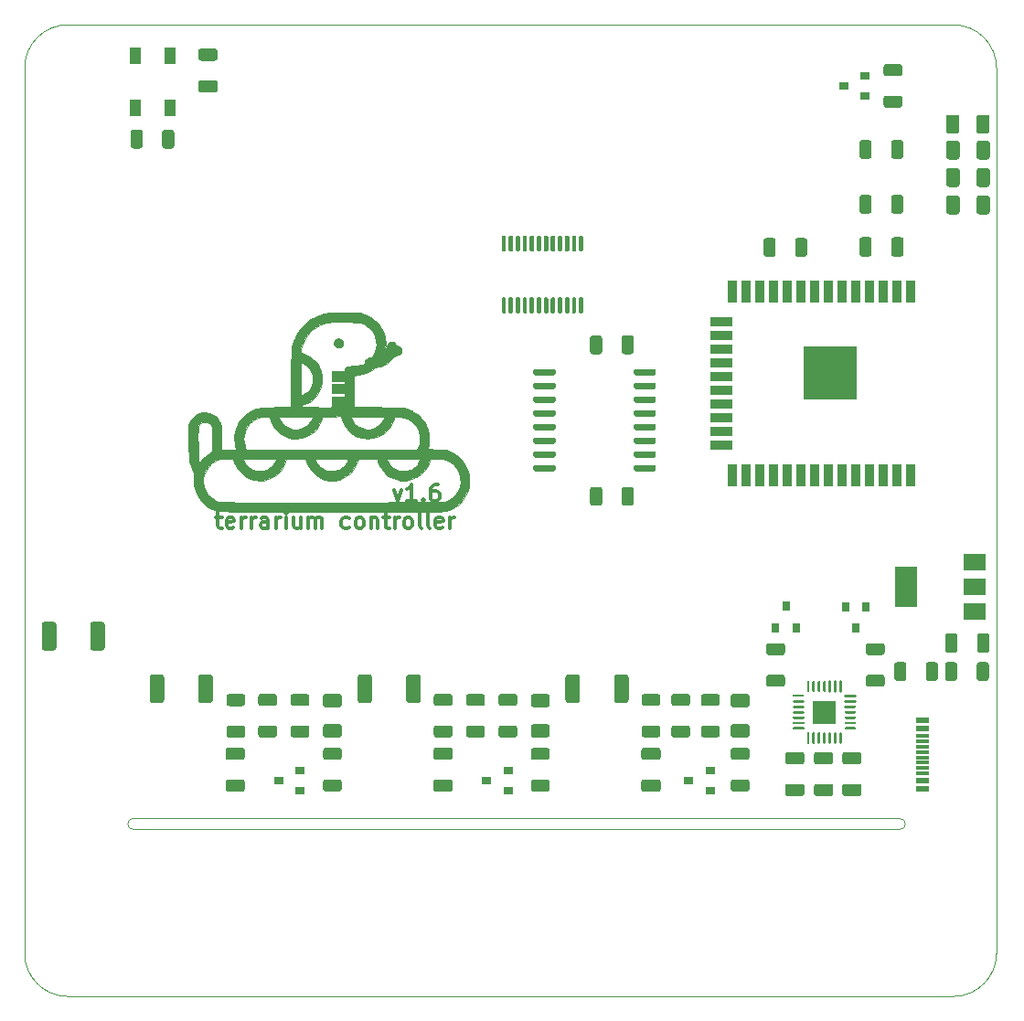
<source format=gbr>
%TF.GenerationSoftware,KiCad,Pcbnew,5.99.0+really5.1.10+dfsg1-1*%
%TF.CreationDate,2022-03-13T14:28:09+01:00*%
%TF.ProjectId,terrarium,74657272-6172-4697-956d-2e6b69636164,rev?*%
%TF.SameCoordinates,Original*%
%TF.FileFunction,Paste,Top*%
%TF.FilePolarity,Positive*%
%FSLAX46Y46*%
G04 Gerber Fmt 4.6, Leading zero omitted, Abs format (unit mm)*
G04 Created by KiCad (PCBNEW 5.99.0+really5.1.10+dfsg1-1) date 2022-03-13 14:28:09*
%MOMM*%
%LPD*%
G01*
G04 APERTURE LIST*
%TA.AperFunction,Profile*%
%ADD10C,0.050000*%
%TD*%
%ADD11C,0.300000*%
%ADD12C,0.100000*%
%ADD13C,0.010000*%
%ADD14R,0.900000X0.800000*%
%ADD15R,1.131066X0.242474*%
%ADD16R,2.000000X1.500000*%
%ADD17R,2.000000X3.800000*%
%ADD18R,0.800000X0.900000*%
%ADD19R,1.160000X0.600000*%
%ADD20R,1.160000X0.300000*%
%ADD21R,1.000000X1.500000*%
%ADD22R,0.900000X2.000000*%
%ADD23R,2.000000X0.900000*%
%ADD24R,5.000000X5.000000*%
G04 APERTURE END LIST*
D10*
X51054000Y-97536000D02*
G75*
G02*
X51054000Y-96520000I0J508000D01*
G01*
X122047000Y-96520000D02*
G75*
G02*
X122047000Y-97536000I0J-508000D01*
G01*
X122047000Y-97536000D02*
X51054000Y-97536000D01*
X51054000Y-96520000D02*
X122047000Y-96520000D01*
D11*
X58694357Y-68639571D02*
X59265785Y-68639571D01*
X58908642Y-68139571D02*
X58908642Y-69425285D01*
X58980071Y-69568142D01*
X59122928Y-69639571D01*
X59265785Y-69639571D01*
X60337214Y-69568142D02*
X60194357Y-69639571D01*
X59908642Y-69639571D01*
X59765785Y-69568142D01*
X59694357Y-69425285D01*
X59694357Y-68853857D01*
X59765785Y-68711000D01*
X59908642Y-68639571D01*
X60194357Y-68639571D01*
X60337214Y-68711000D01*
X60408642Y-68853857D01*
X60408642Y-68996714D01*
X59694357Y-69139571D01*
X61051500Y-69639571D02*
X61051500Y-68639571D01*
X61051500Y-68925285D02*
X61122928Y-68782428D01*
X61194357Y-68711000D01*
X61337214Y-68639571D01*
X61480071Y-68639571D01*
X61980071Y-69639571D02*
X61980071Y-68639571D01*
X61980071Y-68925285D02*
X62051500Y-68782428D01*
X62122928Y-68711000D01*
X62265785Y-68639571D01*
X62408642Y-68639571D01*
X63551500Y-69639571D02*
X63551500Y-68853857D01*
X63480071Y-68711000D01*
X63337214Y-68639571D01*
X63051500Y-68639571D01*
X62908642Y-68711000D01*
X63551500Y-69568142D02*
X63408642Y-69639571D01*
X63051500Y-69639571D01*
X62908642Y-69568142D01*
X62837214Y-69425285D01*
X62837214Y-69282428D01*
X62908642Y-69139571D01*
X63051500Y-69068142D01*
X63408642Y-69068142D01*
X63551500Y-68996714D01*
X64265785Y-69639571D02*
X64265785Y-68639571D01*
X64265785Y-68925285D02*
X64337214Y-68782428D01*
X64408642Y-68711000D01*
X64551500Y-68639571D01*
X64694357Y-68639571D01*
X65194357Y-69639571D02*
X65194357Y-68639571D01*
X65194357Y-68139571D02*
X65122928Y-68211000D01*
X65194357Y-68282428D01*
X65265785Y-68211000D01*
X65194357Y-68139571D01*
X65194357Y-68282428D01*
X66551500Y-68639571D02*
X66551500Y-69639571D01*
X65908642Y-68639571D02*
X65908642Y-69425285D01*
X65980071Y-69568142D01*
X66122928Y-69639571D01*
X66337214Y-69639571D01*
X66480071Y-69568142D01*
X66551500Y-69496714D01*
X67265785Y-69639571D02*
X67265785Y-68639571D01*
X67265785Y-68782428D02*
X67337214Y-68711000D01*
X67480071Y-68639571D01*
X67694357Y-68639571D01*
X67837214Y-68711000D01*
X67908642Y-68853857D01*
X67908642Y-69639571D01*
X67908642Y-68853857D02*
X67980071Y-68711000D01*
X68122928Y-68639571D01*
X68337214Y-68639571D01*
X68480071Y-68711000D01*
X68551500Y-68853857D01*
X68551500Y-69639571D01*
X71051500Y-69568142D02*
X70908642Y-69639571D01*
X70622928Y-69639571D01*
X70480071Y-69568142D01*
X70408642Y-69496714D01*
X70337214Y-69353857D01*
X70337214Y-68925285D01*
X70408642Y-68782428D01*
X70480071Y-68711000D01*
X70622928Y-68639571D01*
X70908642Y-68639571D01*
X71051500Y-68711000D01*
X71908642Y-69639571D02*
X71765785Y-69568142D01*
X71694357Y-69496714D01*
X71622928Y-69353857D01*
X71622928Y-68925285D01*
X71694357Y-68782428D01*
X71765785Y-68711000D01*
X71908642Y-68639571D01*
X72122928Y-68639571D01*
X72265785Y-68711000D01*
X72337214Y-68782428D01*
X72408642Y-68925285D01*
X72408642Y-69353857D01*
X72337214Y-69496714D01*
X72265785Y-69568142D01*
X72122928Y-69639571D01*
X71908642Y-69639571D01*
X73051500Y-68639571D02*
X73051500Y-69639571D01*
X73051500Y-68782428D02*
X73122928Y-68711000D01*
X73265785Y-68639571D01*
X73480071Y-68639571D01*
X73622928Y-68711000D01*
X73694357Y-68853857D01*
X73694357Y-69639571D01*
X74194357Y-68639571D02*
X74765785Y-68639571D01*
X74408642Y-68139571D02*
X74408642Y-69425285D01*
X74480071Y-69568142D01*
X74622928Y-69639571D01*
X74765785Y-69639571D01*
X75265785Y-69639571D02*
X75265785Y-68639571D01*
X75265785Y-68925285D02*
X75337214Y-68782428D01*
X75408642Y-68711000D01*
X75551500Y-68639571D01*
X75694357Y-68639571D01*
X76408642Y-69639571D02*
X76265785Y-69568142D01*
X76194357Y-69496714D01*
X76122928Y-69353857D01*
X76122928Y-68925285D01*
X76194357Y-68782428D01*
X76265785Y-68711000D01*
X76408642Y-68639571D01*
X76622928Y-68639571D01*
X76765785Y-68711000D01*
X76837214Y-68782428D01*
X76908642Y-68925285D01*
X76908642Y-69353857D01*
X76837214Y-69496714D01*
X76765785Y-69568142D01*
X76622928Y-69639571D01*
X76408642Y-69639571D01*
X77765785Y-69639571D02*
X77622928Y-69568142D01*
X77551500Y-69425285D01*
X77551500Y-68139571D01*
X78551500Y-69639571D02*
X78408642Y-69568142D01*
X78337214Y-69425285D01*
X78337214Y-68139571D01*
X79694357Y-69568142D02*
X79551500Y-69639571D01*
X79265785Y-69639571D01*
X79122928Y-69568142D01*
X79051500Y-69425285D01*
X79051500Y-68853857D01*
X79122928Y-68711000D01*
X79265785Y-68639571D01*
X79551500Y-68639571D01*
X79694357Y-68711000D01*
X79765785Y-68853857D01*
X79765785Y-68996714D01*
X79051500Y-69139571D01*
X80408642Y-69639571D02*
X80408642Y-68639571D01*
X80408642Y-68925285D02*
X80480071Y-68782428D01*
X80551500Y-68711000D01*
X80694357Y-68639571D01*
X80837214Y-68639571D01*
X75200142Y-66099571D02*
X75557285Y-67099571D01*
X75914428Y-66099571D01*
X77271571Y-67099571D02*
X76414428Y-67099571D01*
X76843000Y-67099571D02*
X76843000Y-65599571D01*
X76700142Y-65813857D01*
X76557285Y-65956714D01*
X76414428Y-66028142D01*
X77914428Y-66956714D02*
X77985857Y-67028142D01*
X77914428Y-67099571D01*
X77843000Y-67028142D01*
X77914428Y-66956714D01*
X77914428Y-67099571D01*
X79271571Y-65599571D02*
X78985857Y-65599571D01*
X78843000Y-65671000D01*
X78771571Y-65742428D01*
X78628714Y-65956714D01*
X78557285Y-66242428D01*
X78557285Y-66813857D01*
X78628714Y-66956714D01*
X78700142Y-67028142D01*
X78843000Y-67099571D01*
X79128714Y-67099571D01*
X79271571Y-67028142D01*
X79343000Y-66956714D01*
X79414428Y-66813857D01*
X79414428Y-66456714D01*
X79343000Y-66313857D01*
X79271571Y-66242428D01*
X79128714Y-66171000D01*
X78843000Y-66171000D01*
X78700142Y-66242428D01*
X78628714Y-66313857D01*
X78557285Y-66456714D01*
D10*
X45000000Y-113000000D02*
G75*
G02*
X41000000Y-109000000I0J4000000D01*
G01*
X131000000Y-109000000D02*
G75*
G02*
X127000000Y-113000000I-4000000J0D01*
G01*
X127000000Y-23000000D02*
G75*
G02*
X131000000Y-27000000I0J-4000000D01*
G01*
X41000000Y-27000000D02*
G75*
G02*
X45000000Y-23000000I4000000J0D01*
G01*
X127000000Y-23000000D02*
X45000000Y-23000000D01*
X131000000Y-109000000D02*
X131000000Y-27000000D01*
X45000000Y-113000000D02*
X127000000Y-113000000D01*
X41000000Y-27000000D02*
X41000000Y-109000000D01*
D12*
%TO.C,U4*%
G36*
X114002636Y-85618136D02*
G01*
X116121362Y-85618136D01*
X116121362Y-87736862D01*
X114002636Y-87736862D01*
X114002636Y-85618136D01*
G37*
D13*
%TO.C,G\u002A\u002A\u002A*%
G36*
X70569326Y-49670379D02*
G01*
X72047100Y-49671059D01*
X72462445Y-49815641D01*
X72948131Y-50035928D01*
X73382082Y-50335722D01*
X73754338Y-50704171D01*
X74054940Y-51130425D01*
X74273929Y-51603633D01*
X74355574Y-51878305D01*
X74389585Y-52093977D01*
X74408091Y-52369608D01*
X74410895Y-52666716D01*
X74397802Y-52946816D01*
X74368618Y-53171426D01*
X74362287Y-53200300D01*
X74336249Y-53321510D01*
X74339637Y-53357570D01*
X74374853Y-53321271D01*
X74382965Y-53310462D01*
X74425051Y-53233218D01*
X74468565Y-53106528D01*
X74518028Y-52914466D01*
X74577963Y-52641104D01*
X74591344Y-52576542D01*
X74659743Y-52465907D01*
X74792918Y-52376868D01*
X74954110Y-52327400D01*
X75092420Y-52331488D01*
X75215022Y-52402120D01*
X75325225Y-52531229D01*
X75329725Y-52538705D01*
X75477922Y-52702298D01*
X75609649Y-52770661D01*
X75783571Y-52873297D01*
X75888479Y-53029616D01*
X75911998Y-53214513D01*
X75883204Y-53325598D01*
X75814481Y-53450968D01*
X75717013Y-53530190D01*
X75561485Y-53582366D01*
X75456442Y-53603620D01*
X75341229Y-53638276D01*
X75224722Y-53708627D01*
X75085797Y-53830200D01*
X74928329Y-53991773D01*
X74575378Y-54310035D01*
X74203266Y-54534879D01*
X73818302Y-54662698D01*
X73727343Y-54678169D01*
X73444632Y-54764759D01*
X73250677Y-54885990D01*
X72804637Y-55165189D01*
X72319291Y-55351107D01*
X71809016Y-55443321D01*
X71462900Y-55475489D01*
X71462900Y-58399200D01*
X73761600Y-58419494D01*
X74328987Y-58424622D01*
X74805316Y-58429910D01*
X75201124Y-58436546D01*
X75526948Y-58445716D01*
X75793324Y-58458606D01*
X76010789Y-58476402D01*
X76189880Y-58500291D01*
X76341133Y-58531459D01*
X76475086Y-58571092D01*
X76602275Y-58620376D01*
X76733237Y-58680498D01*
X76878508Y-58752644D01*
X76923900Y-58775522D01*
X77188679Y-58942415D01*
X77469402Y-59175367D01*
X77740039Y-59447910D01*
X77974563Y-59733579D01*
X78146943Y-60005907D01*
X78160500Y-60032900D01*
X78343916Y-60509459D01*
X78445079Y-61007030D01*
X78461128Y-61502684D01*
X78398116Y-61937900D01*
X78359041Y-62104354D01*
X78331663Y-62229776D01*
X78322709Y-62280800D01*
X78369697Y-62294897D01*
X78499664Y-62306753D01*
X78693992Y-62315291D01*
X78934068Y-62319433D01*
X78994000Y-62319650D01*
X79370010Y-62328147D01*
X79696811Y-62351548D01*
X79950916Y-62388033D01*
X79992061Y-62397001D01*
X80467698Y-62559581D01*
X80912381Y-62809259D01*
X81312377Y-63133003D01*
X81653952Y-63517782D01*
X81923371Y-63950564D01*
X82101124Y-64398220D01*
X82156895Y-64682831D01*
X82182925Y-65026855D01*
X82179964Y-65393845D01*
X82148760Y-65747353D01*
X82090062Y-66050929D01*
X82065506Y-66131837D01*
X81850348Y-66616146D01*
X81557093Y-67050735D01*
X81196947Y-67424968D01*
X80781118Y-67728206D01*
X80320813Y-67949811D01*
X80066167Y-68029622D01*
X80022245Y-68039074D01*
X79964086Y-68047758D01*
X79887529Y-68055702D01*
X79788417Y-68062936D01*
X79662590Y-68069490D01*
X79505890Y-68075394D01*
X79314157Y-68080677D01*
X79083234Y-68085369D01*
X78808961Y-68089500D01*
X78487179Y-68093098D01*
X78113730Y-68096194D01*
X77684455Y-68098818D01*
X77195195Y-68100998D01*
X76641791Y-68102764D01*
X76020084Y-68104147D01*
X75325916Y-68105175D01*
X74555128Y-68105879D01*
X73703560Y-68106287D01*
X72767055Y-68106430D01*
X71741453Y-68106337D01*
X70622596Y-68106037D01*
X69406324Y-68105561D01*
X69398167Y-68105557D01*
X68140664Y-68104888D01*
X66981190Y-68104012D01*
X65916175Y-68102906D01*
X64942047Y-68101547D01*
X64055236Y-68099912D01*
X63252170Y-68097977D01*
X62529280Y-68095719D01*
X61882994Y-68093115D01*
X61309741Y-68090141D01*
X60805951Y-68086775D01*
X60368053Y-68082993D01*
X59992476Y-68078772D01*
X59675649Y-68074089D01*
X59414002Y-68068920D01*
X59203964Y-68063242D01*
X59041963Y-68057032D01*
X58924429Y-68050267D01*
X58847792Y-68042923D01*
X58813700Y-68036664D01*
X58325950Y-67849824D01*
X57876937Y-67580460D01*
X57479912Y-67240775D01*
X57148126Y-66842975D01*
X56894832Y-66399265D01*
X56811736Y-66192841D01*
X56736942Y-65910913D01*
X56685360Y-65576945D01*
X56669856Y-65350214D01*
X57517008Y-65350214D01*
X57586255Y-65762280D01*
X57740820Y-66150857D01*
X57972588Y-66502501D01*
X58273448Y-66803768D01*
X58635285Y-67041216D01*
X58881205Y-67148517D01*
X58914403Y-67159568D01*
X58953019Y-67169716D01*
X59001261Y-67178997D01*
X59063338Y-67187442D01*
X59143457Y-67195086D01*
X59245829Y-67201960D01*
X59374660Y-67208099D01*
X59534160Y-67213536D01*
X59728537Y-67218303D01*
X59961999Y-67222433D01*
X60238754Y-67225961D01*
X60563012Y-67228919D01*
X60938981Y-67231340D01*
X61370868Y-67233257D01*
X61862884Y-67234704D01*
X62419235Y-67235713D01*
X63044130Y-67236318D01*
X63741779Y-67236553D01*
X64516388Y-67236449D01*
X65372168Y-67236041D01*
X66313325Y-67235361D01*
X67344070Y-67234442D01*
X68468609Y-67233319D01*
X69507100Y-67232221D01*
X79870300Y-67221100D01*
X80160777Y-67084953D01*
X80536278Y-66856358D01*
X80850363Y-66558622D01*
X81095267Y-66206282D01*
X81263223Y-65813880D01*
X81346468Y-65395953D01*
X81337234Y-64967041D01*
X81327137Y-64901162D01*
X81203079Y-64453730D01*
X80995486Y-64063277D01*
X80707014Y-63733378D01*
X80340317Y-63467609D01*
X80212655Y-63399535D01*
X80047492Y-63319885D01*
X79914529Y-63265431D01*
X79786714Y-63230683D01*
X79636990Y-63210152D01*
X79438305Y-63198350D01*
X79181152Y-63190267D01*
X78537257Y-63172635D01*
X78505281Y-63342667D01*
X78406076Y-63654408D01*
X78232097Y-63982202D01*
X78001957Y-64302083D01*
X77734268Y-64590084D01*
X77447643Y-64822240D01*
X77278070Y-64922867D01*
X76803700Y-65110047D01*
X76314559Y-65203138D01*
X75823992Y-65202152D01*
X75345345Y-65107102D01*
X74897020Y-64920728D01*
X74572427Y-64697870D01*
X74267965Y-64399542D01*
X74004164Y-64051875D01*
X73801559Y-63680998D01*
X73700797Y-63398400D01*
X73668237Y-63275958D01*
X74567496Y-63275958D01*
X74618157Y-63396717D01*
X74705573Y-63549630D01*
X74815425Y-63711897D01*
X74933392Y-63860716D01*
X75045157Y-63973286D01*
X75049337Y-63976746D01*
X75332218Y-64172310D01*
X75619504Y-64288452D01*
X75943041Y-64335426D01*
X76161900Y-64334931D01*
X76442996Y-64310487D01*
X76656891Y-64260334D01*
X76786489Y-64205070D01*
X77114471Y-63987065D01*
X77382108Y-63709531D01*
X77531972Y-63471315D01*
X77663258Y-63207900D01*
X76130168Y-63194443D01*
X75745518Y-63192006D01*
X75394293Y-63191582D01*
X75089188Y-63193042D01*
X74842897Y-63196259D01*
X74668115Y-63201106D01*
X74577538Y-63207454D01*
X74567910Y-63210156D01*
X74567496Y-63275958D01*
X73668237Y-63275958D01*
X73643383Y-63182500D01*
X71881361Y-63182500D01*
X71822231Y-63417325D01*
X71666315Y-63835608D01*
X71423755Y-64222537D01*
X71107948Y-64564497D01*
X70732291Y-64847875D01*
X70310179Y-65059055D01*
X70153113Y-65113649D01*
X69713413Y-65200540D01*
X69248681Y-65205305D01*
X68788278Y-65130842D01*
X68361569Y-64980052D01*
X68255286Y-64926271D01*
X67888970Y-64674299D01*
X67561499Y-64347146D01*
X67292031Y-63968545D01*
X67099724Y-63562233D01*
X67063032Y-63449200D01*
X66993352Y-63210156D01*
X67913110Y-63210156D01*
X67913537Y-63274963D01*
X67963828Y-63395469D01*
X68049780Y-63548517D01*
X68157192Y-63710952D01*
X68271858Y-63859619D01*
X68379578Y-63971361D01*
X68380485Y-63972139D01*
X68668615Y-64172675D01*
X68978840Y-64291512D01*
X69334818Y-64336262D01*
X69507100Y-64334653D01*
X69787264Y-64310565D01*
X70000370Y-64260942D01*
X70131689Y-64205070D01*
X70459671Y-63987065D01*
X70727308Y-63709531D01*
X70877172Y-63471315D01*
X71008458Y-63207900D01*
X69475368Y-63194443D01*
X69090718Y-63192006D01*
X68739493Y-63191582D01*
X68434388Y-63193042D01*
X68188097Y-63196259D01*
X68013315Y-63201106D01*
X67922738Y-63207454D01*
X67913110Y-63210156D01*
X66993352Y-63210156D01*
X66985290Y-63182500D01*
X65235408Y-63182500D01*
X65146229Y-63472110D01*
X64957640Y-63920444D01*
X64690145Y-64316247D01*
X64355406Y-64650835D01*
X63965082Y-64915523D01*
X63530831Y-65101629D01*
X63064315Y-65200467D01*
X62806821Y-65214500D01*
X62296513Y-65167130D01*
X61825514Y-65028751D01*
X61401661Y-64804954D01*
X61032790Y-64501331D01*
X60726738Y-64123476D01*
X60491341Y-63676979D01*
X60431950Y-63519743D01*
X60324565Y-63207900D01*
X61207070Y-63207900D01*
X61332398Y-63461900D01*
X61520628Y-63747220D01*
X61776933Y-64001784D01*
X62069189Y-64195874D01*
X62180889Y-64246762D01*
X62456103Y-64318202D01*
X62772082Y-64341744D01*
X63090383Y-64318625D01*
X63372562Y-64250081D01*
X63476889Y-64205070D01*
X63804902Y-63987038D01*
X64072581Y-63709452D01*
X64222414Y-63471315D01*
X64353743Y-63207900D01*
X63564921Y-63193910D01*
X63200892Y-63189611D01*
X62786212Y-63188139D01*
X62370921Y-63189493D01*
X62005060Y-63193673D01*
X61991585Y-63193910D01*
X61207070Y-63207900D01*
X60324565Y-63207900D01*
X60312300Y-63172283D01*
X59672963Y-63191700D01*
X59400674Y-63201568D01*
X59203403Y-63215192D01*
X59054574Y-63237634D01*
X58927615Y-63273956D01*
X58795950Y-63329220D01*
X58694441Y-63378098D01*
X58300527Y-63625706D01*
X57979983Y-63941819D01*
X57737645Y-64319938D01*
X57578347Y-64753566D01*
X57541190Y-64928102D01*
X57517008Y-65350214D01*
X56669856Y-65350214D01*
X56662244Y-65238899D01*
X56672846Y-64944733D01*
X56673980Y-64935100D01*
X56689766Y-64750005D01*
X56676907Y-64609399D01*
X56626665Y-64463467D01*
X56570036Y-64342598D01*
X56487104Y-64149718D01*
X56398471Y-63906498D01*
X56321670Y-63661506D01*
X56313288Y-63631398D01*
X56280538Y-63506337D01*
X56254604Y-63388488D01*
X56234696Y-63264201D01*
X56220023Y-63119826D01*
X56209794Y-62941712D01*
X56203218Y-62716210D01*
X56199504Y-62429668D01*
X56197862Y-62068437D01*
X56197500Y-61633100D01*
X56197500Y-60908090D01*
X57043679Y-60908090D01*
X57044373Y-61330239D01*
X57050955Y-61813202D01*
X57061056Y-62296749D01*
X57072538Y-62686241D01*
X57085955Y-62989220D01*
X57101861Y-63213227D01*
X57120812Y-63365805D01*
X57143362Y-63454495D01*
X57170067Y-63486838D01*
X57174123Y-63487300D01*
X57219144Y-63453710D01*
X57315399Y-63364886D01*
X57443613Y-63238747D01*
X57467929Y-63214143D01*
X57656522Y-63041209D01*
X57875769Y-62867030D01*
X58046628Y-62749722D01*
X58356499Y-62558458D01*
X58356310Y-61409979D01*
X58355602Y-61034999D01*
X58352906Y-60747439D01*
X58347147Y-60533122D01*
X58337254Y-60377874D01*
X58322154Y-60267519D01*
X58300775Y-60187879D01*
X58272043Y-60124780D01*
X58257135Y-60099160D01*
X58105228Y-59908809D01*
X57925926Y-59808461D01*
X57696338Y-59786620D01*
X57642816Y-59790618D01*
X57390860Y-59853730D01*
X57208426Y-59990016D01*
X57091088Y-60202978D01*
X57080719Y-60235360D01*
X57061872Y-60359605D01*
X57049519Y-60584197D01*
X57043679Y-60908090D01*
X56197500Y-60908090D01*
X56197500Y-60058300D01*
X56340052Y-59768006D01*
X56555402Y-59435999D01*
X56833370Y-59180384D01*
X57164201Y-59007296D01*
X57538138Y-58922871D01*
X57696099Y-58915300D01*
X58082154Y-58963713D01*
X58434554Y-59103849D01*
X58740779Y-59328053D01*
X58988304Y-59628670D01*
X59057026Y-59747233D01*
X59101069Y-59833589D01*
X59134708Y-59913435D01*
X59159589Y-60001900D01*
X59177360Y-60114111D01*
X59189668Y-60265196D01*
X59198159Y-60470283D01*
X59204480Y-60744498D01*
X59210279Y-61102971D01*
X59211180Y-61163200D01*
X59228415Y-62318900D01*
X60552744Y-62318900D01*
X60522957Y-62179200D01*
X60499422Y-62057202D01*
X60467198Y-61875728D01*
X60435767Y-61689153D01*
X60415432Y-61347076D01*
X61268645Y-61347076D01*
X61304821Y-61711484D01*
X61398960Y-62059915D01*
X61426275Y-62128400D01*
X61507463Y-62318900D01*
X77353090Y-62318900D01*
X77423778Y-62179200D01*
X77545354Y-61836609D01*
X77595307Y-61447840D01*
X77573122Y-61039282D01*
X77478284Y-60637324D01*
X77455160Y-60572242D01*
X77303886Y-60280706D01*
X77080630Y-59993480D01*
X76812153Y-59738799D01*
X76525215Y-59544900D01*
X76443094Y-59504394D01*
X76109848Y-59385045D01*
X75744345Y-59303273D01*
X75401678Y-59271267D01*
X75389158Y-59271194D01*
X75284374Y-59280736D01*
X75224385Y-59328029D01*
X75181297Y-59440334D01*
X75168553Y-59486800D01*
X75035619Y-59843253D01*
X74834789Y-60202777D01*
X74590248Y-60525503D01*
X74453253Y-60666085D01*
X74062009Y-60964529D01*
X73638452Y-61174137D01*
X73194537Y-61297055D01*
X72742222Y-61335425D01*
X72293461Y-61291392D01*
X71860209Y-61167100D01*
X71454424Y-60964693D01*
X71088060Y-60686315D01*
X70773072Y-60334111D01*
X70548379Y-59965809D01*
X70462137Y-59773163D01*
X70393946Y-59584573D01*
X70362999Y-59462789D01*
X70332315Y-59270900D01*
X71202053Y-59270900D01*
X71236151Y-59385200D01*
X71383783Y-59711917D01*
X71607639Y-59989547D01*
X71891390Y-60210907D01*
X72218705Y-60368815D01*
X72573254Y-60456089D01*
X72938707Y-60465546D01*
X73298733Y-60390006D01*
X73416258Y-60344013D01*
X73666030Y-60197228D01*
X73906259Y-59993076D01*
X74104301Y-59762508D01*
X74201594Y-59599336D01*
X74263715Y-59457393D01*
X74301910Y-59351263D01*
X74307700Y-59322253D01*
X74257298Y-59305953D01*
X74107606Y-59292664D01*
X73860888Y-59282459D01*
X73519411Y-59275415D01*
X73085441Y-59271605D01*
X72754876Y-59270900D01*
X71202053Y-59270900D01*
X70332315Y-59270900D01*
X70331948Y-59268610D01*
X69439154Y-59282455D01*
X68546361Y-59296300D01*
X68506781Y-59487007D01*
X68381124Y-59861739D01*
X68169999Y-60226488D01*
X67889291Y-60564191D01*
X67554886Y-60857787D01*
X67182669Y-61090214D01*
X66903668Y-61208912D01*
X66555550Y-61292152D01*
X66166009Y-61326261D01*
X65773737Y-61311189D01*
X65417426Y-61246888D01*
X65303464Y-61210976D01*
X64849931Y-60995122D01*
X64453509Y-60701100D01*
X64123860Y-60338962D01*
X63870649Y-59918757D01*
X63741117Y-59585977D01*
X63686310Y-59431457D01*
X63622574Y-59333271D01*
X63604760Y-59323723D01*
X64554100Y-59323723D01*
X64575680Y-59398174D01*
X64630003Y-59523380D01*
X64657900Y-59580012D01*
X64881487Y-59914631D01*
X65166856Y-60177020D01*
X65500106Y-60360878D01*
X65867337Y-60459903D01*
X66254647Y-60467794D01*
X66512243Y-60420627D01*
X66745657Y-60348653D01*
X66925166Y-60262788D01*
X67097441Y-60137670D01*
X67204140Y-60044630D01*
X67325559Y-59913233D01*
X67449310Y-59744889D01*
X67557138Y-59568932D01*
X67630793Y-59414700D01*
X67652900Y-59323388D01*
X67602140Y-59306123D01*
X67449905Y-59292286D01*
X67196263Y-59281882D01*
X66841282Y-59274912D01*
X66385028Y-59271378D01*
X66103500Y-59270900D01*
X65596254Y-59272578D01*
X65189963Y-59277626D01*
X64884038Y-59286064D01*
X64677888Y-59297911D01*
X64570925Y-59313189D01*
X64554100Y-59323723D01*
X63604760Y-59323723D01*
X63529535Y-59283406D01*
X63386819Y-59273847D01*
X63174050Y-59296582D01*
X63051939Y-59314915D01*
X62601078Y-59433351D01*
X62201518Y-59636011D01*
X61861168Y-59915254D01*
X61587933Y-60263440D01*
X61389721Y-60672925D01*
X61295748Y-61012154D01*
X61268645Y-61347076D01*
X60415432Y-61347076D01*
X60407382Y-61211670D01*
X60471721Y-60731339D01*
X60621366Y-60262467D01*
X60848899Y-59819363D01*
X61146902Y-59416333D01*
X61507959Y-59067684D01*
X61924651Y-58787724D01*
X61945980Y-58776230D01*
X62123486Y-58685437D01*
X62288461Y-58612602D01*
X62455310Y-58555509D01*
X62638437Y-58511944D01*
X62852246Y-58479692D01*
X63111143Y-58456540D01*
X63429533Y-58440273D01*
X63821819Y-58428677D01*
X64262000Y-58420203D01*
X65671700Y-58396761D01*
X65671700Y-58332241D01*
X66535300Y-58332241D01*
X66548730Y-58354755D01*
X66596055Y-58372686D01*
X66687831Y-58386710D01*
X66834609Y-58397503D01*
X67046944Y-58405738D01*
X67335390Y-58412092D01*
X67710500Y-58417240D01*
X67894200Y-58419183D01*
X68557619Y-58424058D01*
X69131197Y-58424633D01*
X69613126Y-58420951D01*
X70001601Y-58413057D01*
X70294817Y-58400993D01*
X70490967Y-58384804D01*
X70588246Y-58364534D01*
X70599300Y-58353675D01*
X70551492Y-58334003D01*
X70419968Y-58318487D01*
X70222574Y-58308594D01*
X70015100Y-58305700D01*
X69430900Y-58305700D01*
X69430900Y-57442100D01*
X70599300Y-57442100D01*
X70599300Y-57137300D01*
X69430900Y-57137300D01*
X69430900Y-56273700D01*
X70599300Y-56273700D01*
X70599300Y-55968900D01*
X69430900Y-55968900D01*
X69430900Y-55105300D01*
X70591227Y-55105300D01*
X70623543Y-54958167D01*
X70665990Y-54826549D01*
X70737085Y-54732573D01*
X70853201Y-54668852D01*
X71030715Y-54627997D01*
X71286002Y-54602620D01*
X71429995Y-54594313D01*
X71789765Y-54564396D01*
X72083472Y-54515471D01*
X72302154Y-54450154D01*
X72436852Y-54371062D01*
X72478900Y-54287988D01*
X72523104Y-54089210D01*
X72652362Y-53941783D01*
X72861643Y-53850077D01*
X73012300Y-53824653D01*
X73099172Y-53804748D01*
X73170238Y-53750909D01*
X73244449Y-53642593D01*
X73330523Y-53479700D01*
X73496328Y-53055834D01*
X73563625Y-52635693D01*
X73541116Y-52248292D01*
X73424123Y-51820633D01*
X73218846Y-51428461D01*
X72936571Y-51087045D01*
X72588582Y-50811654D01*
X72402700Y-50707979D01*
X72097900Y-50558700D01*
X70630664Y-50543097D01*
X70201371Y-50538943D01*
X69859808Y-50537115D01*
X69592117Y-50538321D01*
X69384443Y-50543269D01*
X69222928Y-50552669D01*
X69093714Y-50567228D01*
X68982945Y-50587656D01*
X68876764Y-50614661D01*
X68801864Y-50636614D01*
X68356909Y-50799945D01*
X67974087Y-51009597D01*
X67618189Y-51286670D01*
X67449194Y-51447194D01*
X67132933Y-51802203D01*
X66896159Y-52163993D01*
X66719957Y-52564642D01*
X66640497Y-52818640D01*
X66577378Y-53055504D01*
X66545786Y-53213392D01*
X66547580Y-53310504D01*
X66584620Y-53365036D01*
X66658765Y-53395186D01*
X66700400Y-53404742D01*
X67034357Y-53516975D01*
X67378251Y-53706223D01*
X67707993Y-53953766D01*
X67999493Y-54240887D01*
X68228663Y-54548865D01*
X68273528Y-54627174D01*
X68461059Y-55079405D01*
X68554653Y-55550525D01*
X68556327Y-56026474D01*
X68468097Y-56493193D01*
X68291982Y-56936620D01*
X68029997Y-57342697D01*
X67855767Y-57539237D01*
X67557311Y-57794630D01*
X67214658Y-58011213D01*
X66865425Y-58166434D01*
X66751200Y-58201402D01*
X66610278Y-58254682D01*
X66539341Y-58315496D01*
X66535300Y-58332241D01*
X65671700Y-58332241D01*
X65671700Y-55790418D01*
X66535300Y-55790418D01*
X66536977Y-56297779D01*
X66542022Y-56704186D01*
X66550456Y-57010231D01*
X66562298Y-57216503D01*
X66577568Y-57323596D01*
X66588123Y-57340500D01*
X66662586Y-57318919D01*
X66787776Y-57264603D01*
X66844231Y-57236792D01*
X67158389Y-57025189D01*
X67399458Y-56757971D01*
X67568036Y-56449474D01*
X67664717Y-56114035D01*
X67690095Y-55765992D01*
X67644768Y-55419681D01*
X67529330Y-55089440D01*
X67344375Y-54789604D01*
X67090501Y-54534512D01*
X66768301Y-54338501D01*
X66723065Y-54318790D01*
X66535300Y-54240336D01*
X66535300Y-55790418D01*
X65671700Y-55790418D01*
X65671700Y-55789151D01*
X65672078Y-55162519D01*
X65673700Y-54627891D01*
X65677292Y-54175669D01*
X65683580Y-53796259D01*
X65693294Y-53480064D01*
X65707159Y-53217488D01*
X65725903Y-52998937D01*
X65750253Y-52814814D01*
X65780937Y-52655523D01*
X65818682Y-52511468D01*
X65864215Y-52373055D01*
X65918263Y-52230686D01*
X65946773Y-52159778D01*
X66230821Y-51592013D01*
X66594244Y-51083300D01*
X67029343Y-50640339D01*
X67528419Y-50269831D01*
X68083774Y-49978477D01*
X68687708Y-49772979D01*
X68689726Y-49772462D01*
X68817496Y-49742123D01*
X68945340Y-49718355D01*
X69087518Y-49700384D01*
X69258296Y-49687434D01*
X69471935Y-49678732D01*
X69742700Y-49673502D01*
X70084854Y-49670969D01*
X70512659Y-49670360D01*
X70569326Y-49670379D01*
G37*
X70569326Y-49670379D02*
X72047100Y-49671059D01*
X72462445Y-49815641D01*
X72948131Y-50035928D01*
X73382082Y-50335722D01*
X73754338Y-50704171D01*
X74054940Y-51130425D01*
X74273929Y-51603633D01*
X74355574Y-51878305D01*
X74389585Y-52093977D01*
X74408091Y-52369608D01*
X74410895Y-52666716D01*
X74397802Y-52946816D01*
X74368618Y-53171426D01*
X74362287Y-53200300D01*
X74336249Y-53321510D01*
X74339637Y-53357570D01*
X74374853Y-53321271D01*
X74382965Y-53310462D01*
X74425051Y-53233218D01*
X74468565Y-53106528D01*
X74518028Y-52914466D01*
X74577963Y-52641104D01*
X74591344Y-52576542D01*
X74659743Y-52465907D01*
X74792918Y-52376868D01*
X74954110Y-52327400D01*
X75092420Y-52331488D01*
X75215022Y-52402120D01*
X75325225Y-52531229D01*
X75329725Y-52538705D01*
X75477922Y-52702298D01*
X75609649Y-52770661D01*
X75783571Y-52873297D01*
X75888479Y-53029616D01*
X75911998Y-53214513D01*
X75883204Y-53325598D01*
X75814481Y-53450968D01*
X75717013Y-53530190D01*
X75561485Y-53582366D01*
X75456442Y-53603620D01*
X75341229Y-53638276D01*
X75224722Y-53708627D01*
X75085797Y-53830200D01*
X74928329Y-53991773D01*
X74575378Y-54310035D01*
X74203266Y-54534879D01*
X73818302Y-54662698D01*
X73727343Y-54678169D01*
X73444632Y-54764759D01*
X73250677Y-54885990D01*
X72804637Y-55165189D01*
X72319291Y-55351107D01*
X71809016Y-55443321D01*
X71462900Y-55475489D01*
X71462900Y-58399200D01*
X73761600Y-58419494D01*
X74328987Y-58424622D01*
X74805316Y-58429910D01*
X75201124Y-58436546D01*
X75526948Y-58445716D01*
X75793324Y-58458606D01*
X76010789Y-58476402D01*
X76189880Y-58500291D01*
X76341133Y-58531459D01*
X76475086Y-58571092D01*
X76602275Y-58620376D01*
X76733237Y-58680498D01*
X76878508Y-58752644D01*
X76923900Y-58775522D01*
X77188679Y-58942415D01*
X77469402Y-59175367D01*
X77740039Y-59447910D01*
X77974563Y-59733579D01*
X78146943Y-60005907D01*
X78160500Y-60032900D01*
X78343916Y-60509459D01*
X78445079Y-61007030D01*
X78461128Y-61502684D01*
X78398116Y-61937900D01*
X78359041Y-62104354D01*
X78331663Y-62229776D01*
X78322709Y-62280800D01*
X78369697Y-62294897D01*
X78499664Y-62306753D01*
X78693992Y-62315291D01*
X78934068Y-62319433D01*
X78994000Y-62319650D01*
X79370010Y-62328147D01*
X79696811Y-62351548D01*
X79950916Y-62388033D01*
X79992061Y-62397001D01*
X80467698Y-62559581D01*
X80912381Y-62809259D01*
X81312377Y-63133003D01*
X81653952Y-63517782D01*
X81923371Y-63950564D01*
X82101124Y-64398220D01*
X82156895Y-64682831D01*
X82182925Y-65026855D01*
X82179964Y-65393845D01*
X82148760Y-65747353D01*
X82090062Y-66050929D01*
X82065506Y-66131837D01*
X81850348Y-66616146D01*
X81557093Y-67050735D01*
X81196947Y-67424968D01*
X80781118Y-67728206D01*
X80320813Y-67949811D01*
X80066167Y-68029622D01*
X80022245Y-68039074D01*
X79964086Y-68047758D01*
X79887529Y-68055702D01*
X79788417Y-68062936D01*
X79662590Y-68069490D01*
X79505890Y-68075394D01*
X79314157Y-68080677D01*
X79083234Y-68085369D01*
X78808961Y-68089500D01*
X78487179Y-68093098D01*
X78113730Y-68096194D01*
X77684455Y-68098818D01*
X77195195Y-68100998D01*
X76641791Y-68102764D01*
X76020084Y-68104147D01*
X75325916Y-68105175D01*
X74555128Y-68105879D01*
X73703560Y-68106287D01*
X72767055Y-68106430D01*
X71741453Y-68106337D01*
X70622596Y-68106037D01*
X69406324Y-68105561D01*
X69398167Y-68105557D01*
X68140664Y-68104888D01*
X66981190Y-68104012D01*
X65916175Y-68102906D01*
X64942047Y-68101547D01*
X64055236Y-68099912D01*
X63252170Y-68097977D01*
X62529280Y-68095719D01*
X61882994Y-68093115D01*
X61309741Y-68090141D01*
X60805951Y-68086775D01*
X60368053Y-68082993D01*
X59992476Y-68078772D01*
X59675649Y-68074089D01*
X59414002Y-68068920D01*
X59203964Y-68063242D01*
X59041963Y-68057032D01*
X58924429Y-68050267D01*
X58847792Y-68042923D01*
X58813700Y-68036664D01*
X58325950Y-67849824D01*
X57876937Y-67580460D01*
X57479912Y-67240775D01*
X57148126Y-66842975D01*
X56894832Y-66399265D01*
X56811736Y-66192841D01*
X56736942Y-65910913D01*
X56685360Y-65576945D01*
X56669856Y-65350214D01*
X57517008Y-65350214D01*
X57586255Y-65762280D01*
X57740820Y-66150857D01*
X57972588Y-66502501D01*
X58273448Y-66803768D01*
X58635285Y-67041216D01*
X58881205Y-67148517D01*
X58914403Y-67159568D01*
X58953019Y-67169716D01*
X59001261Y-67178997D01*
X59063338Y-67187442D01*
X59143457Y-67195086D01*
X59245829Y-67201960D01*
X59374660Y-67208099D01*
X59534160Y-67213536D01*
X59728537Y-67218303D01*
X59961999Y-67222433D01*
X60238754Y-67225961D01*
X60563012Y-67228919D01*
X60938981Y-67231340D01*
X61370868Y-67233257D01*
X61862884Y-67234704D01*
X62419235Y-67235713D01*
X63044130Y-67236318D01*
X63741779Y-67236553D01*
X64516388Y-67236449D01*
X65372168Y-67236041D01*
X66313325Y-67235361D01*
X67344070Y-67234442D01*
X68468609Y-67233319D01*
X69507100Y-67232221D01*
X79870300Y-67221100D01*
X80160777Y-67084953D01*
X80536278Y-66856358D01*
X80850363Y-66558622D01*
X81095267Y-66206282D01*
X81263223Y-65813880D01*
X81346468Y-65395953D01*
X81337234Y-64967041D01*
X81327137Y-64901162D01*
X81203079Y-64453730D01*
X80995486Y-64063277D01*
X80707014Y-63733378D01*
X80340317Y-63467609D01*
X80212655Y-63399535D01*
X80047492Y-63319885D01*
X79914529Y-63265431D01*
X79786714Y-63230683D01*
X79636990Y-63210152D01*
X79438305Y-63198350D01*
X79181152Y-63190267D01*
X78537257Y-63172635D01*
X78505281Y-63342667D01*
X78406076Y-63654408D01*
X78232097Y-63982202D01*
X78001957Y-64302083D01*
X77734268Y-64590084D01*
X77447643Y-64822240D01*
X77278070Y-64922867D01*
X76803700Y-65110047D01*
X76314559Y-65203138D01*
X75823992Y-65202152D01*
X75345345Y-65107102D01*
X74897020Y-64920728D01*
X74572427Y-64697870D01*
X74267965Y-64399542D01*
X74004164Y-64051875D01*
X73801559Y-63680998D01*
X73700797Y-63398400D01*
X73668237Y-63275958D01*
X74567496Y-63275958D01*
X74618157Y-63396717D01*
X74705573Y-63549630D01*
X74815425Y-63711897D01*
X74933392Y-63860716D01*
X75045157Y-63973286D01*
X75049337Y-63976746D01*
X75332218Y-64172310D01*
X75619504Y-64288452D01*
X75943041Y-64335426D01*
X76161900Y-64334931D01*
X76442996Y-64310487D01*
X76656891Y-64260334D01*
X76786489Y-64205070D01*
X77114471Y-63987065D01*
X77382108Y-63709531D01*
X77531972Y-63471315D01*
X77663258Y-63207900D01*
X76130168Y-63194443D01*
X75745518Y-63192006D01*
X75394293Y-63191582D01*
X75089188Y-63193042D01*
X74842897Y-63196259D01*
X74668115Y-63201106D01*
X74577538Y-63207454D01*
X74567910Y-63210156D01*
X74567496Y-63275958D01*
X73668237Y-63275958D01*
X73643383Y-63182500D01*
X71881361Y-63182500D01*
X71822231Y-63417325D01*
X71666315Y-63835608D01*
X71423755Y-64222537D01*
X71107948Y-64564497D01*
X70732291Y-64847875D01*
X70310179Y-65059055D01*
X70153113Y-65113649D01*
X69713413Y-65200540D01*
X69248681Y-65205305D01*
X68788278Y-65130842D01*
X68361569Y-64980052D01*
X68255286Y-64926271D01*
X67888970Y-64674299D01*
X67561499Y-64347146D01*
X67292031Y-63968545D01*
X67099724Y-63562233D01*
X67063032Y-63449200D01*
X66993352Y-63210156D01*
X67913110Y-63210156D01*
X67913537Y-63274963D01*
X67963828Y-63395469D01*
X68049780Y-63548517D01*
X68157192Y-63710952D01*
X68271858Y-63859619D01*
X68379578Y-63971361D01*
X68380485Y-63972139D01*
X68668615Y-64172675D01*
X68978840Y-64291512D01*
X69334818Y-64336262D01*
X69507100Y-64334653D01*
X69787264Y-64310565D01*
X70000370Y-64260942D01*
X70131689Y-64205070D01*
X70459671Y-63987065D01*
X70727308Y-63709531D01*
X70877172Y-63471315D01*
X71008458Y-63207900D01*
X69475368Y-63194443D01*
X69090718Y-63192006D01*
X68739493Y-63191582D01*
X68434388Y-63193042D01*
X68188097Y-63196259D01*
X68013315Y-63201106D01*
X67922738Y-63207454D01*
X67913110Y-63210156D01*
X66993352Y-63210156D01*
X66985290Y-63182500D01*
X65235408Y-63182500D01*
X65146229Y-63472110D01*
X64957640Y-63920444D01*
X64690145Y-64316247D01*
X64355406Y-64650835D01*
X63965082Y-64915523D01*
X63530831Y-65101629D01*
X63064315Y-65200467D01*
X62806821Y-65214500D01*
X62296513Y-65167130D01*
X61825514Y-65028751D01*
X61401661Y-64804954D01*
X61032790Y-64501331D01*
X60726738Y-64123476D01*
X60491341Y-63676979D01*
X60431950Y-63519743D01*
X60324565Y-63207900D01*
X61207070Y-63207900D01*
X61332398Y-63461900D01*
X61520628Y-63747220D01*
X61776933Y-64001784D01*
X62069189Y-64195874D01*
X62180889Y-64246762D01*
X62456103Y-64318202D01*
X62772082Y-64341744D01*
X63090383Y-64318625D01*
X63372562Y-64250081D01*
X63476889Y-64205070D01*
X63804902Y-63987038D01*
X64072581Y-63709452D01*
X64222414Y-63471315D01*
X64353743Y-63207900D01*
X63564921Y-63193910D01*
X63200892Y-63189611D01*
X62786212Y-63188139D01*
X62370921Y-63189493D01*
X62005060Y-63193673D01*
X61991585Y-63193910D01*
X61207070Y-63207900D01*
X60324565Y-63207900D01*
X60312300Y-63172283D01*
X59672963Y-63191700D01*
X59400674Y-63201568D01*
X59203403Y-63215192D01*
X59054574Y-63237634D01*
X58927615Y-63273956D01*
X58795950Y-63329220D01*
X58694441Y-63378098D01*
X58300527Y-63625706D01*
X57979983Y-63941819D01*
X57737645Y-64319938D01*
X57578347Y-64753566D01*
X57541190Y-64928102D01*
X57517008Y-65350214D01*
X56669856Y-65350214D01*
X56662244Y-65238899D01*
X56672846Y-64944733D01*
X56673980Y-64935100D01*
X56689766Y-64750005D01*
X56676907Y-64609399D01*
X56626665Y-64463467D01*
X56570036Y-64342598D01*
X56487104Y-64149718D01*
X56398471Y-63906498D01*
X56321670Y-63661506D01*
X56313288Y-63631398D01*
X56280538Y-63506337D01*
X56254604Y-63388488D01*
X56234696Y-63264201D01*
X56220023Y-63119826D01*
X56209794Y-62941712D01*
X56203218Y-62716210D01*
X56199504Y-62429668D01*
X56197862Y-62068437D01*
X56197500Y-61633100D01*
X56197500Y-60908090D01*
X57043679Y-60908090D01*
X57044373Y-61330239D01*
X57050955Y-61813202D01*
X57061056Y-62296749D01*
X57072538Y-62686241D01*
X57085955Y-62989220D01*
X57101861Y-63213227D01*
X57120812Y-63365805D01*
X57143362Y-63454495D01*
X57170067Y-63486838D01*
X57174123Y-63487300D01*
X57219144Y-63453710D01*
X57315399Y-63364886D01*
X57443613Y-63238747D01*
X57467929Y-63214143D01*
X57656522Y-63041209D01*
X57875769Y-62867030D01*
X58046628Y-62749722D01*
X58356499Y-62558458D01*
X58356310Y-61409979D01*
X58355602Y-61034999D01*
X58352906Y-60747439D01*
X58347147Y-60533122D01*
X58337254Y-60377874D01*
X58322154Y-60267519D01*
X58300775Y-60187879D01*
X58272043Y-60124780D01*
X58257135Y-60099160D01*
X58105228Y-59908809D01*
X57925926Y-59808461D01*
X57696338Y-59786620D01*
X57642816Y-59790618D01*
X57390860Y-59853730D01*
X57208426Y-59990016D01*
X57091088Y-60202978D01*
X57080719Y-60235360D01*
X57061872Y-60359605D01*
X57049519Y-60584197D01*
X57043679Y-60908090D01*
X56197500Y-60908090D01*
X56197500Y-60058300D01*
X56340052Y-59768006D01*
X56555402Y-59435999D01*
X56833370Y-59180384D01*
X57164201Y-59007296D01*
X57538138Y-58922871D01*
X57696099Y-58915300D01*
X58082154Y-58963713D01*
X58434554Y-59103849D01*
X58740779Y-59328053D01*
X58988304Y-59628670D01*
X59057026Y-59747233D01*
X59101069Y-59833589D01*
X59134708Y-59913435D01*
X59159589Y-60001900D01*
X59177360Y-60114111D01*
X59189668Y-60265196D01*
X59198159Y-60470283D01*
X59204480Y-60744498D01*
X59210279Y-61102971D01*
X59211180Y-61163200D01*
X59228415Y-62318900D01*
X60552744Y-62318900D01*
X60522957Y-62179200D01*
X60499422Y-62057202D01*
X60467198Y-61875728D01*
X60435767Y-61689153D01*
X60415432Y-61347076D01*
X61268645Y-61347076D01*
X61304821Y-61711484D01*
X61398960Y-62059915D01*
X61426275Y-62128400D01*
X61507463Y-62318900D01*
X77353090Y-62318900D01*
X77423778Y-62179200D01*
X77545354Y-61836609D01*
X77595307Y-61447840D01*
X77573122Y-61039282D01*
X77478284Y-60637324D01*
X77455160Y-60572242D01*
X77303886Y-60280706D01*
X77080630Y-59993480D01*
X76812153Y-59738799D01*
X76525215Y-59544900D01*
X76443094Y-59504394D01*
X76109848Y-59385045D01*
X75744345Y-59303273D01*
X75401678Y-59271267D01*
X75389158Y-59271194D01*
X75284374Y-59280736D01*
X75224385Y-59328029D01*
X75181297Y-59440334D01*
X75168553Y-59486800D01*
X75035619Y-59843253D01*
X74834789Y-60202777D01*
X74590248Y-60525503D01*
X74453253Y-60666085D01*
X74062009Y-60964529D01*
X73638452Y-61174137D01*
X73194537Y-61297055D01*
X72742222Y-61335425D01*
X72293461Y-61291392D01*
X71860209Y-61167100D01*
X71454424Y-60964693D01*
X71088060Y-60686315D01*
X70773072Y-60334111D01*
X70548379Y-59965809D01*
X70462137Y-59773163D01*
X70393946Y-59584573D01*
X70362999Y-59462789D01*
X70332315Y-59270900D01*
X71202053Y-59270900D01*
X71236151Y-59385200D01*
X71383783Y-59711917D01*
X71607639Y-59989547D01*
X71891390Y-60210907D01*
X72218705Y-60368815D01*
X72573254Y-60456089D01*
X72938707Y-60465546D01*
X73298733Y-60390006D01*
X73416258Y-60344013D01*
X73666030Y-60197228D01*
X73906259Y-59993076D01*
X74104301Y-59762508D01*
X74201594Y-59599336D01*
X74263715Y-59457393D01*
X74301910Y-59351263D01*
X74307700Y-59322253D01*
X74257298Y-59305953D01*
X74107606Y-59292664D01*
X73860888Y-59282459D01*
X73519411Y-59275415D01*
X73085441Y-59271605D01*
X72754876Y-59270900D01*
X71202053Y-59270900D01*
X70332315Y-59270900D01*
X70331948Y-59268610D01*
X69439154Y-59282455D01*
X68546361Y-59296300D01*
X68506781Y-59487007D01*
X68381124Y-59861739D01*
X68169999Y-60226488D01*
X67889291Y-60564191D01*
X67554886Y-60857787D01*
X67182669Y-61090214D01*
X66903668Y-61208912D01*
X66555550Y-61292152D01*
X66166009Y-61326261D01*
X65773737Y-61311189D01*
X65417426Y-61246888D01*
X65303464Y-61210976D01*
X64849931Y-60995122D01*
X64453509Y-60701100D01*
X64123860Y-60338962D01*
X63870649Y-59918757D01*
X63741117Y-59585977D01*
X63686310Y-59431457D01*
X63622574Y-59333271D01*
X63604760Y-59323723D01*
X64554100Y-59323723D01*
X64575680Y-59398174D01*
X64630003Y-59523380D01*
X64657900Y-59580012D01*
X64881487Y-59914631D01*
X65166856Y-60177020D01*
X65500106Y-60360878D01*
X65867337Y-60459903D01*
X66254647Y-60467794D01*
X66512243Y-60420627D01*
X66745657Y-60348653D01*
X66925166Y-60262788D01*
X67097441Y-60137670D01*
X67204140Y-60044630D01*
X67325559Y-59913233D01*
X67449310Y-59744889D01*
X67557138Y-59568932D01*
X67630793Y-59414700D01*
X67652900Y-59323388D01*
X67602140Y-59306123D01*
X67449905Y-59292286D01*
X67196263Y-59281882D01*
X66841282Y-59274912D01*
X66385028Y-59271378D01*
X66103500Y-59270900D01*
X65596254Y-59272578D01*
X65189963Y-59277626D01*
X64884038Y-59286064D01*
X64677888Y-59297911D01*
X64570925Y-59313189D01*
X64554100Y-59323723D01*
X63604760Y-59323723D01*
X63529535Y-59283406D01*
X63386819Y-59273847D01*
X63174050Y-59296582D01*
X63051939Y-59314915D01*
X62601078Y-59433351D01*
X62201518Y-59636011D01*
X61861168Y-59915254D01*
X61587933Y-60263440D01*
X61389721Y-60672925D01*
X61295748Y-61012154D01*
X61268645Y-61347076D01*
X60415432Y-61347076D01*
X60407382Y-61211670D01*
X60471721Y-60731339D01*
X60621366Y-60262467D01*
X60848899Y-59819363D01*
X61146902Y-59416333D01*
X61507959Y-59067684D01*
X61924651Y-58787724D01*
X61945980Y-58776230D01*
X62123486Y-58685437D01*
X62288461Y-58612602D01*
X62455310Y-58555509D01*
X62638437Y-58511944D01*
X62852246Y-58479692D01*
X63111143Y-58456540D01*
X63429533Y-58440273D01*
X63821819Y-58428677D01*
X64262000Y-58420203D01*
X65671700Y-58396761D01*
X65671700Y-58332241D01*
X66535300Y-58332241D01*
X66548730Y-58354755D01*
X66596055Y-58372686D01*
X66687831Y-58386710D01*
X66834609Y-58397503D01*
X67046944Y-58405738D01*
X67335390Y-58412092D01*
X67710500Y-58417240D01*
X67894200Y-58419183D01*
X68557619Y-58424058D01*
X69131197Y-58424633D01*
X69613126Y-58420951D01*
X70001601Y-58413057D01*
X70294817Y-58400993D01*
X70490967Y-58384804D01*
X70588246Y-58364534D01*
X70599300Y-58353675D01*
X70551492Y-58334003D01*
X70419968Y-58318487D01*
X70222574Y-58308594D01*
X70015100Y-58305700D01*
X69430900Y-58305700D01*
X69430900Y-57442100D01*
X70599300Y-57442100D01*
X70599300Y-57137300D01*
X69430900Y-57137300D01*
X69430900Y-56273700D01*
X70599300Y-56273700D01*
X70599300Y-55968900D01*
X69430900Y-55968900D01*
X69430900Y-55105300D01*
X70591227Y-55105300D01*
X70623543Y-54958167D01*
X70665990Y-54826549D01*
X70737085Y-54732573D01*
X70853201Y-54668852D01*
X71030715Y-54627997D01*
X71286002Y-54602620D01*
X71429995Y-54594313D01*
X71789765Y-54564396D01*
X72083472Y-54515471D01*
X72302154Y-54450154D01*
X72436852Y-54371062D01*
X72478900Y-54287988D01*
X72523104Y-54089210D01*
X72652362Y-53941783D01*
X72861643Y-53850077D01*
X73012300Y-53824653D01*
X73099172Y-53804748D01*
X73170238Y-53750909D01*
X73244449Y-53642593D01*
X73330523Y-53479700D01*
X73496328Y-53055834D01*
X73563625Y-52635693D01*
X73541116Y-52248292D01*
X73424123Y-51820633D01*
X73218846Y-51428461D01*
X72936571Y-51087045D01*
X72588582Y-50811654D01*
X72402700Y-50707979D01*
X72097900Y-50558700D01*
X70630664Y-50543097D01*
X70201371Y-50538943D01*
X69859808Y-50537115D01*
X69592117Y-50538321D01*
X69384443Y-50543269D01*
X69222928Y-50552669D01*
X69093714Y-50567228D01*
X68982945Y-50587656D01*
X68876764Y-50614661D01*
X68801864Y-50636614D01*
X68356909Y-50799945D01*
X67974087Y-51009597D01*
X67618189Y-51286670D01*
X67449194Y-51447194D01*
X67132933Y-51802203D01*
X66896159Y-52163993D01*
X66719957Y-52564642D01*
X66640497Y-52818640D01*
X66577378Y-53055504D01*
X66545786Y-53213392D01*
X66547580Y-53310504D01*
X66584620Y-53365036D01*
X66658765Y-53395186D01*
X66700400Y-53404742D01*
X67034357Y-53516975D01*
X67378251Y-53706223D01*
X67707993Y-53953766D01*
X67999493Y-54240887D01*
X68228663Y-54548865D01*
X68273528Y-54627174D01*
X68461059Y-55079405D01*
X68554653Y-55550525D01*
X68556327Y-56026474D01*
X68468097Y-56493193D01*
X68291982Y-56936620D01*
X68029997Y-57342697D01*
X67855767Y-57539237D01*
X67557311Y-57794630D01*
X67214658Y-58011213D01*
X66865425Y-58166434D01*
X66751200Y-58201402D01*
X66610278Y-58254682D01*
X66539341Y-58315496D01*
X66535300Y-58332241D01*
X65671700Y-58332241D01*
X65671700Y-55790418D01*
X66535300Y-55790418D01*
X66536977Y-56297779D01*
X66542022Y-56704186D01*
X66550456Y-57010231D01*
X66562298Y-57216503D01*
X66577568Y-57323596D01*
X66588123Y-57340500D01*
X66662586Y-57318919D01*
X66787776Y-57264603D01*
X66844231Y-57236792D01*
X67158389Y-57025189D01*
X67399458Y-56757971D01*
X67568036Y-56449474D01*
X67664717Y-56114035D01*
X67690095Y-55765992D01*
X67644768Y-55419681D01*
X67529330Y-55089440D01*
X67344375Y-54789604D01*
X67090501Y-54534512D01*
X66768301Y-54338501D01*
X66723065Y-54318790D01*
X66535300Y-54240336D01*
X66535300Y-55790418D01*
X65671700Y-55790418D01*
X65671700Y-55789151D01*
X65672078Y-55162519D01*
X65673700Y-54627891D01*
X65677292Y-54175669D01*
X65683580Y-53796259D01*
X65693294Y-53480064D01*
X65707159Y-53217488D01*
X65725903Y-52998937D01*
X65750253Y-52814814D01*
X65780937Y-52655523D01*
X65818682Y-52511468D01*
X65864215Y-52373055D01*
X65918263Y-52230686D01*
X65946773Y-52159778D01*
X66230821Y-51592013D01*
X66594244Y-51083300D01*
X67029343Y-50640339D01*
X67528419Y-50269831D01*
X68083774Y-49978477D01*
X68687708Y-49772979D01*
X68689726Y-49772462D01*
X68817496Y-49742123D01*
X68945340Y-49718355D01*
X69087518Y-49700384D01*
X69258296Y-49687434D01*
X69471935Y-49678732D01*
X69742700Y-49673502D01*
X70084854Y-49670969D01*
X70512659Y-49670360D01*
X70569326Y-49670379D01*
G36*
X70224682Y-52101796D02*
G01*
X70347133Y-52213336D01*
X70429147Y-52358997D01*
X70446900Y-52457236D01*
X70427588Y-52642896D01*
X70358116Y-52764986D01*
X70240066Y-52846578D01*
X70087374Y-52908700D01*
X69965305Y-52906576D01*
X69862700Y-52862239D01*
X69706205Y-52725111D01*
X69633494Y-52541309D01*
X69651261Y-52330339D01*
X69665656Y-52288175D01*
X69741861Y-52198207D01*
X69876088Y-52115935D01*
X70025919Y-52064378D01*
X70091086Y-52057300D01*
X70224682Y-52101796D01*
G37*
X70224682Y-52101796D02*
X70347133Y-52213336D01*
X70429147Y-52358997D01*
X70446900Y-52457236D01*
X70427588Y-52642896D01*
X70358116Y-52764986D01*
X70240066Y-52846578D01*
X70087374Y-52908700D01*
X69965305Y-52906576D01*
X69862700Y-52862239D01*
X69706205Y-52725111D01*
X69633494Y-52541309D01*
X69651261Y-52330339D01*
X69665656Y-52288175D01*
X69741861Y-52198207D01*
X69876088Y-52115935D01*
X70025919Y-52064378D01*
X70091086Y-52057300D01*
X70224682Y-52101796D01*
%TD*%
%TO.C,R23*%
G36*
G01*
X59928599Y-87909700D02*
X61178601Y-87909700D01*
G75*
G02*
X61428600Y-88159699I0J-249999D01*
G01*
X61428600Y-88784701D01*
G75*
G02*
X61178601Y-89034700I-249999J0D01*
G01*
X59928599Y-89034700D01*
G75*
G02*
X59678600Y-88784701I0J249999D01*
G01*
X59678600Y-88159699D01*
G75*
G02*
X59928599Y-87909700I249999J0D01*
G01*
G37*
G36*
G01*
X59928599Y-84984700D02*
X61178601Y-84984700D01*
G75*
G02*
X61428600Y-85234699I0J-249999D01*
G01*
X61428600Y-85859701D01*
G75*
G02*
X61178601Y-86109700I-249999J0D01*
G01*
X59928599Y-86109700D01*
G75*
G02*
X59678600Y-85859701I0J249999D01*
G01*
X59678600Y-85234699D01*
G75*
G02*
X59928599Y-84984700I249999J0D01*
G01*
G37*
%TD*%
%TO.C,R22*%
G36*
G01*
X79124999Y-87900000D02*
X80375001Y-87900000D01*
G75*
G02*
X80625000Y-88149999I0J-249999D01*
G01*
X80625000Y-88775001D01*
G75*
G02*
X80375001Y-89025000I-249999J0D01*
G01*
X79124999Y-89025000D01*
G75*
G02*
X78875000Y-88775001I0J249999D01*
G01*
X78875000Y-88149999D01*
G75*
G02*
X79124999Y-87900000I249999J0D01*
G01*
G37*
G36*
G01*
X79124999Y-84975000D02*
X80375001Y-84975000D01*
G75*
G02*
X80625000Y-85224999I0J-249999D01*
G01*
X80625000Y-85850001D01*
G75*
G02*
X80375001Y-86100000I-249999J0D01*
G01*
X79124999Y-86100000D01*
G75*
G02*
X78875000Y-85850001I0J249999D01*
G01*
X78875000Y-85224999D01*
G75*
G02*
X79124999Y-84975000I249999J0D01*
G01*
G37*
%TD*%
%TO.C,R21*%
G36*
G01*
X62874999Y-87900000D02*
X64125001Y-87900000D01*
G75*
G02*
X64375000Y-88149999I0J-249999D01*
G01*
X64375000Y-88775001D01*
G75*
G02*
X64125001Y-89025000I-249999J0D01*
G01*
X62874999Y-89025000D01*
G75*
G02*
X62625000Y-88775001I0J249999D01*
G01*
X62625000Y-88149999D01*
G75*
G02*
X62874999Y-87900000I249999J0D01*
G01*
G37*
G36*
G01*
X62874999Y-84975000D02*
X64125001Y-84975000D01*
G75*
G02*
X64375000Y-85224999I0J-249999D01*
G01*
X64375000Y-85850001D01*
G75*
G02*
X64125001Y-86100000I-249999J0D01*
G01*
X62874999Y-86100000D01*
G75*
G02*
X62625000Y-85850001I0J249999D01*
G01*
X62625000Y-85224999D01*
G75*
G02*
X62874999Y-84975000I249999J0D01*
G01*
G37*
%TD*%
%TO.C,R16*%
G36*
G01*
X82124999Y-87900000D02*
X83375001Y-87900000D01*
G75*
G02*
X83625000Y-88149999I0J-249999D01*
G01*
X83625000Y-88775001D01*
G75*
G02*
X83375001Y-89025000I-249999J0D01*
G01*
X82124999Y-89025000D01*
G75*
G02*
X81875000Y-88775001I0J249999D01*
G01*
X81875000Y-88149999D01*
G75*
G02*
X82124999Y-87900000I249999J0D01*
G01*
G37*
G36*
G01*
X82124999Y-84975000D02*
X83375001Y-84975000D01*
G75*
G02*
X83625000Y-85224999I0J-249999D01*
G01*
X83625000Y-85850001D01*
G75*
G02*
X83375001Y-86100000I-249999J0D01*
G01*
X82124999Y-86100000D01*
G75*
G02*
X81875000Y-85850001I0J249999D01*
G01*
X81875000Y-85224999D01*
G75*
G02*
X82124999Y-84975000I249999J0D01*
G01*
G37*
%TD*%
%TO.C,R15*%
G36*
G01*
X101124999Y-87900000D02*
X102375001Y-87900000D01*
G75*
G02*
X102625000Y-88149999I0J-249999D01*
G01*
X102625000Y-88775001D01*
G75*
G02*
X102375001Y-89025000I-249999J0D01*
G01*
X101124999Y-89025000D01*
G75*
G02*
X100875000Y-88775001I0J249999D01*
G01*
X100875000Y-88149999D01*
G75*
G02*
X101124999Y-87900000I249999J0D01*
G01*
G37*
G36*
G01*
X101124999Y-84975000D02*
X102375001Y-84975000D01*
G75*
G02*
X102625000Y-85224999I0J-249999D01*
G01*
X102625000Y-85850001D01*
G75*
G02*
X102375001Y-86100000I-249999J0D01*
G01*
X101124999Y-86100000D01*
G75*
G02*
X100875000Y-85850001I0J249999D01*
G01*
X100875000Y-85224999D01*
G75*
G02*
X101124999Y-84975000I249999J0D01*
G01*
G37*
%TD*%
%TO.C,R7*%
G36*
G01*
X68874999Y-92900000D02*
X70125001Y-92900000D01*
G75*
G02*
X70375000Y-93149999I0J-249999D01*
G01*
X70375000Y-93775001D01*
G75*
G02*
X70125001Y-94025000I-249999J0D01*
G01*
X68874999Y-94025000D01*
G75*
G02*
X68625000Y-93775001I0J249999D01*
G01*
X68625000Y-93149999D01*
G75*
G02*
X68874999Y-92900000I249999J0D01*
G01*
G37*
G36*
G01*
X68874999Y-89975000D02*
X70125001Y-89975000D01*
G75*
G02*
X70375000Y-90224999I0J-249999D01*
G01*
X70375000Y-90850001D01*
G75*
G02*
X70125001Y-91100000I-249999J0D01*
G01*
X68874999Y-91100000D01*
G75*
G02*
X68625000Y-90850001I0J249999D01*
G01*
X68625000Y-90224999D01*
G75*
G02*
X68874999Y-89975000I249999J0D01*
G01*
G37*
%TD*%
%TO.C,R6*%
G36*
G01*
X88124999Y-92900000D02*
X89375001Y-92900000D01*
G75*
G02*
X89625000Y-93149999I0J-249999D01*
G01*
X89625000Y-93775001D01*
G75*
G02*
X89375001Y-94025000I-249999J0D01*
G01*
X88124999Y-94025000D01*
G75*
G02*
X87875000Y-93775001I0J249999D01*
G01*
X87875000Y-93149999D01*
G75*
G02*
X88124999Y-92900000I249999J0D01*
G01*
G37*
G36*
G01*
X88124999Y-89975000D02*
X89375001Y-89975000D01*
G75*
G02*
X89625000Y-90224999I0J-249999D01*
G01*
X89625000Y-90850001D01*
G75*
G02*
X89375001Y-91100000I-249999J0D01*
G01*
X88124999Y-91100000D01*
G75*
G02*
X87875000Y-90850001I0J249999D01*
G01*
X87875000Y-90224999D01*
G75*
G02*
X88124999Y-89975000I249999J0D01*
G01*
G37*
%TD*%
%TO.C,R4*%
G36*
G01*
X65874999Y-87900000D02*
X67125001Y-87900000D01*
G75*
G02*
X67375000Y-88149999I0J-249999D01*
G01*
X67375000Y-88775001D01*
G75*
G02*
X67125001Y-89025000I-249999J0D01*
G01*
X65874999Y-89025000D01*
G75*
G02*
X65625000Y-88775001I0J249999D01*
G01*
X65625000Y-88149999D01*
G75*
G02*
X65874999Y-87900000I249999J0D01*
G01*
G37*
G36*
G01*
X65874999Y-84975000D02*
X67125001Y-84975000D01*
G75*
G02*
X67375000Y-85224999I0J-249999D01*
G01*
X67375000Y-85850001D01*
G75*
G02*
X67125001Y-86100000I-249999J0D01*
G01*
X65874999Y-86100000D01*
G75*
G02*
X65625000Y-85850001I0J249999D01*
G01*
X65625000Y-85224999D01*
G75*
G02*
X65874999Y-84975000I249999J0D01*
G01*
G37*
%TD*%
%TO.C,R3*%
G36*
G01*
X85124999Y-87900000D02*
X86375001Y-87900000D01*
G75*
G02*
X86625000Y-88149999I0J-249999D01*
G01*
X86625000Y-88775001D01*
G75*
G02*
X86375001Y-89025000I-249999J0D01*
G01*
X85124999Y-89025000D01*
G75*
G02*
X84875000Y-88775001I0J249999D01*
G01*
X84875000Y-88149999D01*
G75*
G02*
X85124999Y-87900000I249999J0D01*
G01*
G37*
G36*
G01*
X85124999Y-84975000D02*
X86375001Y-84975000D01*
G75*
G02*
X86625000Y-85224999I0J-249999D01*
G01*
X86625000Y-85850001D01*
G75*
G02*
X86375001Y-86100000I-249999J0D01*
G01*
X85124999Y-86100000D01*
G75*
G02*
X84875000Y-85850001I0J249999D01*
G01*
X84875000Y-85224999D01*
G75*
G02*
X85124999Y-84975000I249999J0D01*
G01*
G37*
%TD*%
D14*
%TO.C,Q3*%
X64500000Y-93000000D03*
X66500000Y-92050000D03*
X66500000Y-93950000D03*
%TD*%
%TO.C,Q2*%
X83750000Y-93000000D03*
X85750000Y-92050000D03*
X85750000Y-93950000D03*
%TD*%
%TO.C,LED3*%
G36*
G01*
X70125000Y-86225000D02*
X68875000Y-86225000D01*
G75*
G02*
X68625000Y-85975000I0J250000D01*
G01*
X68625000Y-85225000D01*
G75*
G02*
X68875000Y-84975000I250000J0D01*
G01*
X70125000Y-84975000D01*
G75*
G02*
X70375000Y-85225000I0J-250000D01*
G01*
X70375000Y-85975000D01*
G75*
G02*
X70125000Y-86225000I-250000J0D01*
G01*
G37*
G36*
G01*
X70125000Y-89025000D02*
X68875000Y-89025000D01*
G75*
G02*
X68625000Y-88775000I0J250000D01*
G01*
X68625000Y-88025000D01*
G75*
G02*
X68875000Y-87775000I250000J0D01*
G01*
X70125000Y-87775000D01*
G75*
G02*
X70375000Y-88025000I0J-250000D01*
G01*
X70375000Y-88775000D01*
G75*
G02*
X70125000Y-89025000I-250000J0D01*
G01*
G37*
%TD*%
%TO.C,LED2*%
G36*
G01*
X89375000Y-86225000D02*
X88125000Y-86225000D01*
G75*
G02*
X87875000Y-85975000I0J250000D01*
G01*
X87875000Y-85225000D01*
G75*
G02*
X88125000Y-84975000I250000J0D01*
G01*
X89375000Y-84975000D01*
G75*
G02*
X89625000Y-85225000I0J-250000D01*
G01*
X89625000Y-85975000D01*
G75*
G02*
X89375000Y-86225000I-250000J0D01*
G01*
G37*
G36*
G01*
X89375000Y-89025000D02*
X88125000Y-89025000D01*
G75*
G02*
X87875000Y-88775000I0J250000D01*
G01*
X87875000Y-88025000D01*
G75*
G02*
X88125000Y-87775000I250000J0D01*
G01*
X89375000Y-87775000D01*
G75*
G02*
X89625000Y-88025000I0J-250000D01*
G01*
X89625000Y-88775000D01*
G75*
G02*
X89375000Y-89025000I-250000J0D01*
G01*
G37*
%TD*%
%TO.C,D3*%
G36*
G01*
X53925000Y-83424999D02*
X53925000Y-85575001D01*
G75*
G02*
X53675001Y-85825000I-249999J0D01*
G01*
X52824999Y-85825000D01*
G75*
G02*
X52575000Y-85575001I0J249999D01*
G01*
X52575000Y-83424999D01*
G75*
G02*
X52824999Y-83175000I249999J0D01*
G01*
X53675001Y-83175000D01*
G75*
G02*
X53925000Y-83424999I0J-249999D01*
G01*
G37*
G36*
G01*
X58425000Y-83424999D02*
X58425000Y-85575001D01*
G75*
G02*
X58175001Y-85825000I-249999J0D01*
G01*
X57324999Y-85825000D01*
G75*
G02*
X57075000Y-85575001I0J249999D01*
G01*
X57075000Y-83424999D01*
G75*
G02*
X57324999Y-83175000I249999J0D01*
G01*
X58175001Y-83175000D01*
G75*
G02*
X58425000Y-83424999I0J-249999D01*
G01*
G37*
%TD*%
%TO.C,D2*%
G36*
G01*
X73175000Y-83424999D02*
X73175000Y-85575001D01*
G75*
G02*
X72925001Y-85825000I-249999J0D01*
G01*
X72074999Y-85825000D01*
G75*
G02*
X71825000Y-85575001I0J249999D01*
G01*
X71825000Y-83424999D01*
G75*
G02*
X72074999Y-83175000I249999J0D01*
G01*
X72925001Y-83175000D01*
G75*
G02*
X73175000Y-83424999I0J-249999D01*
G01*
G37*
G36*
G01*
X77675000Y-83424999D02*
X77675000Y-85575001D01*
G75*
G02*
X77425001Y-85825000I-249999J0D01*
G01*
X76574999Y-85825000D01*
G75*
G02*
X76325000Y-85575001I0J249999D01*
G01*
X76325000Y-83424999D01*
G75*
G02*
X76574999Y-83175000I249999J0D01*
G01*
X77425001Y-83175000D01*
G75*
G02*
X77675000Y-83424999I0J-249999D01*
G01*
G37*
%TD*%
%TO.C,C9*%
G36*
G01*
X61150001Y-91100000D02*
X59849999Y-91100000D01*
G75*
G02*
X59600000Y-90850001I0J249999D01*
G01*
X59600000Y-90199999D01*
G75*
G02*
X59849999Y-89950000I249999J0D01*
G01*
X61150001Y-89950000D01*
G75*
G02*
X61400000Y-90199999I0J-249999D01*
G01*
X61400000Y-90850001D01*
G75*
G02*
X61150001Y-91100000I-249999J0D01*
G01*
G37*
G36*
G01*
X61150001Y-94050000D02*
X59849999Y-94050000D01*
G75*
G02*
X59600000Y-93800001I0J249999D01*
G01*
X59600000Y-93149999D01*
G75*
G02*
X59849999Y-92900000I249999J0D01*
G01*
X61150001Y-92900000D01*
G75*
G02*
X61400000Y-93149999I0J-249999D01*
G01*
X61400000Y-93800001D01*
G75*
G02*
X61150001Y-94050000I-249999J0D01*
G01*
G37*
%TD*%
%TO.C,C8*%
G36*
G01*
X80400001Y-91100000D02*
X79099999Y-91100000D01*
G75*
G02*
X78850000Y-90850001I0J249999D01*
G01*
X78850000Y-90199999D01*
G75*
G02*
X79099999Y-89950000I249999J0D01*
G01*
X80400001Y-89950000D01*
G75*
G02*
X80650000Y-90199999I0J-249999D01*
G01*
X80650000Y-90850001D01*
G75*
G02*
X80400001Y-91100000I-249999J0D01*
G01*
G37*
G36*
G01*
X80400001Y-94050000D02*
X79099999Y-94050000D01*
G75*
G02*
X78850000Y-93800001I0J249999D01*
G01*
X78850000Y-93149999D01*
G75*
G02*
X79099999Y-92900000I249999J0D01*
G01*
X80400001Y-92900000D01*
G75*
G02*
X80650000Y-93149999I0J-249999D01*
G01*
X80650000Y-93800001D01*
G75*
G02*
X80400001Y-94050000I-249999J0D01*
G01*
G37*
%TD*%
%TO.C,C7*%
G36*
G01*
X99650001Y-91100000D02*
X98349999Y-91100000D01*
G75*
G02*
X98100000Y-90850001I0J249999D01*
G01*
X98100000Y-90199999D01*
G75*
G02*
X98349999Y-89950000I249999J0D01*
G01*
X99650001Y-89950000D01*
G75*
G02*
X99900000Y-90199999I0J-249999D01*
G01*
X99900000Y-90850001D01*
G75*
G02*
X99650001Y-91100000I-249999J0D01*
G01*
G37*
G36*
G01*
X99650001Y-94050000D02*
X98349999Y-94050000D01*
G75*
G02*
X98100000Y-93800001I0J249999D01*
G01*
X98100000Y-93149999D01*
G75*
G02*
X98349999Y-92900000I249999J0D01*
G01*
X99650001Y-92900000D01*
G75*
G02*
X99900000Y-93149999I0J-249999D01*
G01*
X99900000Y-93800001D01*
G75*
G02*
X99650001Y-94050000I-249999J0D01*
G01*
G37*
%TD*%
%TO.C,U4*%
G36*
G01*
X113440763Y-84731263D02*
X113440763Y-83842671D01*
G75*
G02*
X113562000Y-83721434I121237J0D01*
G01*
X113562000Y-83721434D01*
G75*
G02*
X113683237Y-83842671I0J-121237D01*
G01*
X113683237Y-84731263D01*
G75*
G02*
X113562000Y-84852500I-121237J0D01*
G01*
X113562000Y-84852500D01*
G75*
G02*
X113440763Y-84731263I0J121237D01*
G01*
G37*
G36*
G01*
X113940763Y-84731263D02*
X113940763Y-83842671D01*
G75*
G02*
X114062000Y-83721434I121237J0D01*
G01*
X114062000Y-83721434D01*
G75*
G02*
X114183237Y-83842671I0J-121237D01*
G01*
X114183237Y-84731263D01*
G75*
G02*
X114062000Y-84852500I-121237J0D01*
G01*
X114062000Y-84852500D01*
G75*
G02*
X113940763Y-84731263I0J121237D01*
G01*
G37*
G36*
G01*
X114440763Y-84731263D02*
X114440763Y-83842671D01*
G75*
G02*
X114562000Y-83721434I121237J0D01*
G01*
X114562000Y-83721434D01*
G75*
G02*
X114683237Y-83842671I0J-121237D01*
G01*
X114683237Y-84731263D01*
G75*
G02*
X114562000Y-84852500I-121237J0D01*
G01*
X114562000Y-84852500D01*
G75*
G02*
X114440763Y-84731263I0J121237D01*
G01*
G37*
G36*
G01*
X114940763Y-84731263D02*
X114940763Y-83842671D01*
G75*
G02*
X115062000Y-83721434I121237J0D01*
G01*
X115062000Y-83721434D01*
G75*
G02*
X115183237Y-83842671I0J-121237D01*
G01*
X115183237Y-84731263D01*
G75*
G02*
X115062000Y-84852500I-121237J0D01*
G01*
X115062000Y-84852500D01*
G75*
G02*
X114940763Y-84731263I0J121237D01*
G01*
G37*
G36*
G01*
X115440763Y-84731263D02*
X115440763Y-83842671D01*
G75*
G02*
X115562000Y-83721434I121237J0D01*
G01*
X115562000Y-83721434D01*
G75*
G02*
X115683237Y-83842671I0J-121237D01*
G01*
X115683237Y-84731263D01*
G75*
G02*
X115562000Y-84852500I-121237J0D01*
G01*
X115562000Y-84852500D01*
G75*
G02*
X115440763Y-84731263I0J121237D01*
G01*
G37*
G36*
G01*
X115940763Y-84731263D02*
X115940763Y-83842671D01*
G75*
G02*
X116062000Y-83721434I121237J0D01*
G01*
X116062000Y-83721434D01*
G75*
G02*
X116183237Y-83842671I0J-121237D01*
G01*
X116183237Y-84731263D01*
G75*
G02*
X116062000Y-84852500I-121237J0D01*
G01*
X116062000Y-84852500D01*
G75*
G02*
X115940763Y-84731263I0J121237D01*
G01*
G37*
G36*
G01*
X116440763Y-84731263D02*
X116440763Y-83842671D01*
G75*
G02*
X116562000Y-83721434I121237J0D01*
G01*
X116562000Y-83721434D01*
G75*
G02*
X116683237Y-83842671I0J-121237D01*
G01*
X116683237Y-84731263D01*
G75*
G02*
X116562000Y-84852500I-121237J0D01*
G01*
X116562000Y-84852500D01*
G75*
G02*
X116440763Y-84731263I0J121237D01*
G01*
G37*
G36*
G01*
X116440763Y-89512329D02*
X116440763Y-88623737D01*
G75*
G02*
X116562000Y-88502500I121237J0D01*
G01*
X116562000Y-88502500D01*
G75*
G02*
X116683237Y-88623737I0J-121237D01*
G01*
X116683237Y-89512329D01*
G75*
G02*
X116562000Y-89633566I-121237J0D01*
G01*
X116562000Y-89633566D01*
G75*
G02*
X116440763Y-89512329I0J121237D01*
G01*
G37*
G36*
G01*
X115940763Y-89512329D02*
X115940763Y-88623737D01*
G75*
G02*
X116062000Y-88502500I121237J0D01*
G01*
X116062000Y-88502500D01*
G75*
G02*
X116183237Y-88623737I0J-121237D01*
G01*
X116183237Y-89512329D01*
G75*
G02*
X116062000Y-89633566I-121237J0D01*
G01*
X116062000Y-89633566D01*
G75*
G02*
X115940763Y-89512329I0J121237D01*
G01*
G37*
G36*
G01*
X115440763Y-89512329D02*
X115440763Y-88623737D01*
G75*
G02*
X115562000Y-88502500I121237J0D01*
G01*
X115562000Y-88502500D01*
G75*
G02*
X115683237Y-88623737I0J-121237D01*
G01*
X115683237Y-89512329D01*
G75*
G02*
X115562000Y-89633566I-121237J0D01*
G01*
X115562000Y-89633566D01*
G75*
G02*
X115440763Y-89512329I0J121237D01*
G01*
G37*
G36*
G01*
X114940763Y-89512329D02*
X114940763Y-88623737D01*
G75*
G02*
X115062000Y-88502500I121237J0D01*
G01*
X115062000Y-88502500D01*
G75*
G02*
X115183237Y-88623737I0J-121237D01*
G01*
X115183237Y-89512329D01*
G75*
G02*
X115062000Y-89633566I-121237J0D01*
G01*
X115062000Y-89633566D01*
G75*
G02*
X114940763Y-89512329I0J121237D01*
G01*
G37*
G36*
G01*
X114440763Y-89512329D02*
X114440763Y-88623737D01*
G75*
G02*
X114562000Y-88502500I121237J0D01*
G01*
X114562000Y-88502500D01*
G75*
G02*
X114683237Y-88623737I0J-121237D01*
G01*
X114683237Y-89512329D01*
G75*
G02*
X114562000Y-89633566I-121237J0D01*
G01*
X114562000Y-89633566D01*
G75*
G02*
X114440763Y-89512329I0J121237D01*
G01*
G37*
G36*
G01*
X113940763Y-89512329D02*
X113940763Y-88623737D01*
G75*
G02*
X114062000Y-88502500I121237J0D01*
G01*
X114062000Y-88502500D01*
G75*
G02*
X114183237Y-88623737I0J-121237D01*
G01*
X114183237Y-89512329D01*
G75*
G02*
X114062000Y-89633566I-121237J0D01*
G01*
X114062000Y-89633566D01*
G75*
G02*
X113940763Y-89512329I0J121237D01*
G01*
G37*
G36*
G01*
X113440763Y-89512329D02*
X113440763Y-88623737D01*
G75*
G02*
X113562000Y-88502500I121237J0D01*
G01*
X113562000Y-88502500D01*
G75*
G02*
X113683237Y-88623737I0J-121237D01*
G01*
X113683237Y-89512329D01*
G75*
G02*
X113562000Y-89633566I-121237J0D01*
G01*
X113562000Y-89633566D01*
G75*
G02*
X113440763Y-89512329I0J121237D01*
G01*
G37*
G36*
G01*
X116887000Y-85177500D02*
X116887000Y-85177500D01*
G75*
G02*
X117008237Y-85056263I121237J0D01*
G01*
X117896829Y-85056263D01*
G75*
G02*
X118018066Y-85177500I0J-121237D01*
G01*
X118018066Y-85177500D01*
G75*
G02*
X117896829Y-85298737I-121237J0D01*
G01*
X117008237Y-85298737D01*
G75*
G02*
X116887000Y-85177500I0J121237D01*
G01*
G37*
G36*
G01*
X116887000Y-85677500D02*
X116887000Y-85677500D01*
G75*
G02*
X117008237Y-85556263I121237J0D01*
G01*
X117896829Y-85556263D01*
G75*
G02*
X118018066Y-85677500I0J-121237D01*
G01*
X118018066Y-85677500D01*
G75*
G02*
X117896829Y-85798737I-121237J0D01*
G01*
X117008237Y-85798737D01*
G75*
G02*
X116887000Y-85677500I0J121237D01*
G01*
G37*
G36*
G01*
X116887000Y-86177500D02*
X116887000Y-86177500D01*
G75*
G02*
X117008237Y-86056263I121237J0D01*
G01*
X117896829Y-86056263D01*
G75*
G02*
X118018066Y-86177500I0J-121237D01*
G01*
X118018066Y-86177500D01*
G75*
G02*
X117896829Y-86298737I-121237J0D01*
G01*
X117008237Y-86298737D01*
G75*
G02*
X116887000Y-86177500I0J121237D01*
G01*
G37*
G36*
G01*
X116887000Y-86677500D02*
X116887000Y-86677500D01*
G75*
G02*
X117008237Y-86556263I121237J0D01*
G01*
X117896829Y-86556263D01*
G75*
G02*
X118018066Y-86677500I0J-121237D01*
G01*
X118018066Y-86677500D01*
G75*
G02*
X117896829Y-86798737I-121237J0D01*
G01*
X117008237Y-86798737D01*
G75*
G02*
X116887000Y-86677500I0J121237D01*
G01*
G37*
G36*
G01*
X116887000Y-87177500D02*
X116887000Y-87177500D01*
G75*
G02*
X117008237Y-87056263I121237J0D01*
G01*
X117896829Y-87056263D01*
G75*
G02*
X118018066Y-87177500I0J-121237D01*
G01*
X118018066Y-87177500D01*
G75*
G02*
X117896829Y-87298737I-121237J0D01*
G01*
X117008237Y-87298737D01*
G75*
G02*
X116887000Y-87177500I0J121237D01*
G01*
G37*
G36*
G01*
X116887000Y-87677500D02*
X116887000Y-87677500D01*
G75*
G02*
X117008237Y-87556263I121237J0D01*
G01*
X117896829Y-87556263D01*
G75*
G02*
X118018066Y-87677500I0J-121237D01*
G01*
X118018066Y-87677500D01*
G75*
G02*
X117896829Y-87798737I-121237J0D01*
G01*
X117008237Y-87798737D01*
G75*
G02*
X116887000Y-87677500I0J121237D01*
G01*
G37*
G36*
G01*
X116887000Y-88177500D02*
X116887000Y-88177500D01*
G75*
G02*
X117008237Y-88056263I121237J0D01*
G01*
X117896829Y-88056263D01*
G75*
G02*
X118018066Y-88177500I0J-121237D01*
G01*
X118018066Y-88177500D01*
G75*
G02*
X117896829Y-88298737I-121237J0D01*
G01*
X117008237Y-88298737D01*
G75*
G02*
X116887000Y-88177500I0J121237D01*
G01*
G37*
G36*
G01*
X112105934Y-88177500D02*
X112105934Y-88177500D01*
G75*
G02*
X112227171Y-88056263I121237J0D01*
G01*
X113115763Y-88056263D01*
G75*
G02*
X113237000Y-88177500I0J-121237D01*
G01*
X113237000Y-88177500D01*
G75*
G02*
X113115763Y-88298737I-121237J0D01*
G01*
X112227171Y-88298737D01*
G75*
G02*
X112105934Y-88177500I0J121237D01*
G01*
G37*
G36*
G01*
X112105934Y-87677500D02*
X112105934Y-87677500D01*
G75*
G02*
X112227171Y-87556263I121237J0D01*
G01*
X113115763Y-87556263D01*
G75*
G02*
X113237000Y-87677500I0J-121237D01*
G01*
X113237000Y-87677500D01*
G75*
G02*
X113115763Y-87798737I-121237J0D01*
G01*
X112227171Y-87798737D01*
G75*
G02*
X112105934Y-87677500I0J121237D01*
G01*
G37*
G36*
G01*
X112105934Y-87177500D02*
X112105934Y-87177500D01*
G75*
G02*
X112227171Y-87056263I121237J0D01*
G01*
X113115763Y-87056263D01*
G75*
G02*
X113237000Y-87177500I0J-121237D01*
G01*
X113237000Y-87177500D01*
G75*
G02*
X113115763Y-87298737I-121237J0D01*
G01*
X112227171Y-87298737D01*
G75*
G02*
X112105934Y-87177500I0J121237D01*
G01*
G37*
G36*
G01*
X112105934Y-86677500D02*
X112105934Y-86677500D01*
G75*
G02*
X112227171Y-86556263I121237J0D01*
G01*
X113115763Y-86556263D01*
G75*
G02*
X113237000Y-86677500I0J-121237D01*
G01*
X113237000Y-86677500D01*
G75*
G02*
X113115763Y-86798737I-121237J0D01*
G01*
X112227171Y-86798737D01*
G75*
G02*
X112105934Y-86677500I0J121237D01*
G01*
G37*
G36*
G01*
X112105934Y-86177500D02*
X112105934Y-86177500D01*
G75*
G02*
X112227171Y-86056263I121237J0D01*
G01*
X113115763Y-86056263D01*
G75*
G02*
X113237000Y-86177500I0J-121237D01*
G01*
X113237000Y-86177500D01*
G75*
G02*
X113115763Y-86298737I-121237J0D01*
G01*
X112227171Y-86298737D01*
G75*
G02*
X112105934Y-86177500I0J121237D01*
G01*
G37*
G36*
G01*
X112105934Y-85677500D02*
X112105934Y-85677500D01*
G75*
G02*
X112227171Y-85556263I121237J0D01*
G01*
X113115763Y-85556263D01*
G75*
G02*
X113237000Y-85677500I0J-121237D01*
G01*
X113237000Y-85677500D01*
G75*
G02*
X113115763Y-85798737I-121237J0D01*
G01*
X112227171Y-85798737D01*
G75*
G02*
X112105934Y-85677500I0J121237D01*
G01*
G37*
D15*
X112671467Y-85177500D03*
%TD*%
%TO.C,R9*%
G36*
G01*
X94477000Y-52016497D02*
X94477000Y-53266503D01*
G75*
G02*
X94227003Y-53516500I-249997J0D01*
G01*
X93601997Y-53516500D01*
G75*
G02*
X93352000Y-53266503I0J249997D01*
G01*
X93352000Y-52016497D01*
G75*
G02*
X93601997Y-51766500I249997J0D01*
G01*
X94227003Y-51766500D01*
G75*
G02*
X94477000Y-52016497I0J-249997D01*
G01*
G37*
G36*
G01*
X97402000Y-52016497D02*
X97402000Y-53266503D01*
G75*
G02*
X97152003Y-53516500I-249997J0D01*
G01*
X96526997Y-53516500D01*
G75*
G02*
X96277000Y-53266503I0J249997D01*
G01*
X96277000Y-52016497D01*
G75*
G02*
X96526997Y-51766500I249997J0D01*
G01*
X97152003Y-51766500D01*
G75*
G02*
X97402000Y-52016497I0J-249997D01*
G01*
G37*
%TD*%
%TO.C,U2*%
G36*
G01*
X97414500Y-55331500D02*
X97414500Y-55031500D01*
G75*
G02*
X97564500Y-54881500I150000J0D01*
G01*
X99314500Y-54881500D01*
G75*
G02*
X99464500Y-55031500I0J-150000D01*
G01*
X99464500Y-55331500D01*
G75*
G02*
X99314500Y-55481500I-150000J0D01*
G01*
X97564500Y-55481500D01*
G75*
G02*
X97414500Y-55331500I0J150000D01*
G01*
G37*
G36*
G01*
X97414500Y-56601500D02*
X97414500Y-56301500D01*
G75*
G02*
X97564500Y-56151500I150000J0D01*
G01*
X99314500Y-56151500D01*
G75*
G02*
X99464500Y-56301500I0J-150000D01*
G01*
X99464500Y-56601500D01*
G75*
G02*
X99314500Y-56751500I-150000J0D01*
G01*
X97564500Y-56751500D01*
G75*
G02*
X97414500Y-56601500I0J150000D01*
G01*
G37*
G36*
G01*
X97414500Y-57871500D02*
X97414500Y-57571500D01*
G75*
G02*
X97564500Y-57421500I150000J0D01*
G01*
X99314500Y-57421500D01*
G75*
G02*
X99464500Y-57571500I0J-150000D01*
G01*
X99464500Y-57871500D01*
G75*
G02*
X99314500Y-58021500I-150000J0D01*
G01*
X97564500Y-58021500D01*
G75*
G02*
X97414500Y-57871500I0J150000D01*
G01*
G37*
G36*
G01*
X97414500Y-59141500D02*
X97414500Y-58841500D01*
G75*
G02*
X97564500Y-58691500I150000J0D01*
G01*
X99314500Y-58691500D01*
G75*
G02*
X99464500Y-58841500I0J-150000D01*
G01*
X99464500Y-59141500D01*
G75*
G02*
X99314500Y-59291500I-150000J0D01*
G01*
X97564500Y-59291500D01*
G75*
G02*
X97414500Y-59141500I0J150000D01*
G01*
G37*
G36*
G01*
X97414500Y-60411500D02*
X97414500Y-60111500D01*
G75*
G02*
X97564500Y-59961500I150000J0D01*
G01*
X99314500Y-59961500D01*
G75*
G02*
X99464500Y-60111500I0J-150000D01*
G01*
X99464500Y-60411500D01*
G75*
G02*
X99314500Y-60561500I-150000J0D01*
G01*
X97564500Y-60561500D01*
G75*
G02*
X97414500Y-60411500I0J150000D01*
G01*
G37*
G36*
G01*
X97414500Y-61681500D02*
X97414500Y-61381500D01*
G75*
G02*
X97564500Y-61231500I150000J0D01*
G01*
X99314500Y-61231500D01*
G75*
G02*
X99464500Y-61381500I0J-150000D01*
G01*
X99464500Y-61681500D01*
G75*
G02*
X99314500Y-61831500I-150000J0D01*
G01*
X97564500Y-61831500D01*
G75*
G02*
X97414500Y-61681500I0J150000D01*
G01*
G37*
G36*
G01*
X97414500Y-62951500D02*
X97414500Y-62651500D01*
G75*
G02*
X97564500Y-62501500I150000J0D01*
G01*
X99314500Y-62501500D01*
G75*
G02*
X99464500Y-62651500I0J-150000D01*
G01*
X99464500Y-62951500D01*
G75*
G02*
X99314500Y-63101500I-150000J0D01*
G01*
X97564500Y-63101500D01*
G75*
G02*
X97414500Y-62951500I0J150000D01*
G01*
G37*
G36*
G01*
X97414500Y-64221500D02*
X97414500Y-63921500D01*
G75*
G02*
X97564500Y-63771500I150000J0D01*
G01*
X99314500Y-63771500D01*
G75*
G02*
X99464500Y-63921500I0J-150000D01*
G01*
X99464500Y-64221500D01*
G75*
G02*
X99314500Y-64371500I-150000J0D01*
G01*
X97564500Y-64371500D01*
G75*
G02*
X97414500Y-64221500I0J150000D01*
G01*
G37*
G36*
G01*
X88114500Y-64221500D02*
X88114500Y-63921500D01*
G75*
G02*
X88264500Y-63771500I150000J0D01*
G01*
X90014500Y-63771500D01*
G75*
G02*
X90164500Y-63921500I0J-150000D01*
G01*
X90164500Y-64221500D01*
G75*
G02*
X90014500Y-64371500I-150000J0D01*
G01*
X88264500Y-64371500D01*
G75*
G02*
X88114500Y-64221500I0J150000D01*
G01*
G37*
G36*
G01*
X88114500Y-62951500D02*
X88114500Y-62651500D01*
G75*
G02*
X88264500Y-62501500I150000J0D01*
G01*
X90014500Y-62501500D01*
G75*
G02*
X90164500Y-62651500I0J-150000D01*
G01*
X90164500Y-62951500D01*
G75*
G02*
X90014500Y-63101500I-150000J0D01*
G01*
X88264500Y-63101500D01*
G75*
G02*
X88114500Y-62951500I0J150000D01*
G01*
G37*
G36*
G01*
X88114500Y-61681500D02*
X88114500Y-61381500D01*
G75*
G02*
X88264500Y-61231500I150000J0D01*
G01*
X90014500Y-61231500D01*
G75*
G02*
X90164500Y-61381500I0J-150000D01*
G01*
X90164500Y-61681500D01*
G75*
G02*
X90014500Y-61831500I-150000J0D01*
G01*
X88264500Y-61831500D01*
G75*
G02*
X88114500Y-61681500I0J150000D01*
G01*
G37*
G36*
G01*
X88114500Y-60411500D02*
X88114500Y-60111500D01*
G75*
G02*
X88264500Y-59961500I150000J0D01*
G01*
X90014500Y-59961500D01*
G75*
G02*
X90164500Y-60111500I0J-150000D01*
G01*
X90164500Y-60411500D01*
G75*
G02*
X90014500Y-60561500I-150000J0D01*
G01*
X88264500Y-60561500D01*
G75*
G02*
X88114500Y-60411500I0J150000D01*
G01*
G37*
G36*
G01*
X88114500Y-59141500D02*
X88114500Y-58841500D01*
G75*
G02*
X88264500Y-58691500I150000J0D01*
G01*
X90014500Y-58691500D01*
G75*
G02*
X90164500Y-58841500I0J-150000D01*
G01*
X90164500Y-59141500D01*
G75*
G02*
X90014500Y-59291500I-150000J0D01*
G01*
X88264500Y-59291500D01*
G75*
G02*
X88114500Y-59141500I0J150000D01*
G01*
G37*
G36*
G01*
X88114500Y-57871500D02*
X88114500Y-57571500D01*
G75*
G02*
X88264500Y-57421500I150000J0D01*
G01*
X90014500Y-57421500D01*
G75*
G02*
X90164500Y-57571500I0J-150000D01*
G01*
X90164500Y-57871500D01*
G75*
G02*
X90014500Y-58021500I-150000J0D01*
G01*
X88264500Y-58021500D01*
G75*
G02*
X88114500Y-57871500I0J150000D01*
G01*
G37*
G36*
G01*
X88114500Y-56601500D02*
X88114500Y-56301500D01*
G75*
G02*
X88264500Y-56151500I150000J0D01*
G01*
X90014500Y-56151500D01*
G75*
G02*
X90164500Y-56301500I0J-150000D01*
G01*
X90164500Y-56601500D01*
G75*
G02*
X90014500Y-56751500I-150000J0D01*
G01*
X88264500Y-56751500D01*
G75*
G02*
X88114500Y-56601500I0J150000D01*
G01*
G37*
G36*
G01*
X88114500Y-55331500D02*
X88114500Y-55031500D01*
G75*
G02*
X88264500Y-54881500I150000J0D01*
G01*
X90014500Y-54881500D01*
G75*
G02*
X90164500Y-55031500I0J-150000D01*
G01*
X90164500Y-55331500D01*
G75*
G02*
X90014500Y-55481500I-150000J0D01*
G01*
X88264500Y-55481500D01*
G75*
G02*
X88114500Y-55331500I0J150000D01*
G01*
G37*
%TD*%
%TO.C,U5*%
G36*
G01*
X92425800Y-48251400D02*
X92625800Y-48251400D01*
G75*
G02*
X92725800Y-48351400I0J-100000D01*
G01*
X92725800Y-49626400D01*
G75*
G02*
X92625800Y-49726400I-100000J0D01*
G01*
X92425800Y-49726400D01*
G75*
G02*
X92325800Y-49626400I0J100000D01*
G01*
X92325800Y-48351400D01*
G75*
G02*
X92425800Y-48251400I100000J0D01*
G01*
G37*
G36*
G01*
X91775800Y-48251400D02*
X91975800Y-48251400D01*
G75*
G02*
X92075800Y-48351400I0J-100000D01*
G01*
X92075800Y-49626400D01*
G75*
G02*
X91975800Y-49726400I-100000J0D01*
G01*
X91775800Y-49726400D01*
G75*
G02*
X91675800Y-49626400I0J100000D01*
G01*
X91675800Y-48351400D01*
G75*
G02*
X91775800Y-48251400I100000J0D01*
G01*
G37*
G36*
G01*
X91125800Y-48251400D02*
X91325800Y-48251400D01*
G75*
G02*
X91425800Y-48351400I0J-100000D01*
G01*
X91425800Y-49626400D01*
G75*
G02*
X91325800Y-49726400I-100000J0D01*
G01*
X91125800Y-49726400D01*
G75*
G02*
X91025800Y-49626400I0J100000D01*
G01*
X91025800Y-48351400D01*
G75*
G02*
X91125800Y-48251400I100000J0D01*
G01*
G37*
G36*
G01*
X90475800Y-48251400D02*
X90675800Y-48251400D01*
G75*
G02*
X90775800Y-48351400I0J-100000D01*
G01*
X90775800Y-49626400D01*
G75*
G02*
X90675800Y-49726400I-100000J0D01*
G01*
X90475800Y-49726400D01*
G75*
G02*
X90375800Y-49626400I0J100000D01*
G01*
X90375800Y-48351400D01*
G75*
G02*
X90475800Y-48251400I100000J0D01*
G01*
G37*
G36*
G01*
X89825800Y-48251400D02*
X90025800Y-48251400D01*
G75*
G02*
X90125800Y-48351400I0J-100000D01*
G01*
X90125800Y-49626400D01*
G75*
G02*
X90025800Y-49726400I-100000J0D01*
G01*
X89825800Y-49726400D01*
G75*
G02*
X89725800Y-49626400I0J100000D01*
G01*
X89725800Y-48351400D01*
G75*
G02*
X89825800Y-48251400I100000J0D01*
G01*
G37*
G36*
G01*
X89175800Y-48251400D02*
X89375800Y-48251400D01*
G75*
G02*
X89475800Y-48351400I0J-100000D01*
G01*
X89475800Y-49626400D01*
G75*
G02*
X89375800Y-49726400I-100000J0D01*
G01*
X89175800Y-49726400D01*
G75*
G02*
X89075800Y-49626400I0J100000D01*
G01*
X89075800Y-48351400D01*
G75*
G02*
X89175800Y-48251400I100000J0D01*
G01*
G37*
G36*
G01*
X88525800Y-48251400D02*
X88725800Y-48251400D01*
G75*
G02*
X88825800Y-48351400I0J-100000D01*
G01*
X88825800Y-49626400D01*
G75*
G02*
X88725800Y-49726400I-100000J0D01*
G01*
X88525800Y-49726400D01*
G75*
G02*
X88425800Y-49626400I0J100000D01*
G01*
X88425800Y-48351400D01*
G75*
G02*
X88525800Y-48251400I100000J0D01*
G01*
G37*
G36*
G01*
X87875800Y-48251400D02*
X88075800Y-48251400D01*
G75*
G02*
X88175800Y-48351400I0J-100000D01*
G01*
X88175800Y-49626400D01*
G75*
G02*
X88075800Y-49726400I-100000J0D01*
G01*
X87875800Y-49726400D01*
G75*
G02*
X87775800Y-49626400I0J100000D01*
G01*
X87775800Y-48351400D01*
G75*
G02*
X87875800Y-48251400I100000J0D01*
G01*
G37*
G36*
G01*
X87225800Y-48251400D02*
X87425800Y-48251400D01*
G75*
G02*
X87525800Y-48351400I0J-100000D01*
G01*
X87525800Y-49626400D01*
G75*
G02*
X87425800Y-49726400I-100000J0D01*
G01*
X87225800Y-49726400D01*
G75*
G02*
X87125800Y-49626400I0J100000D01*
G01*
X87125800Y-48351400D01*
G75*
G02*
X87225800Y-48251400I100000J0D01*
G01*
G37*
G36*
G01*
X86575800Y-48251400D02*
X86775800Y-48251400D01*
G75*
G02*
X86875800Y-48351400I0J-100000D01*
G01*
X86875800Y-49626400D01*
G75*
G02*
X86775800Y-49726400I-100000J0D01*
G01*
X86575800Y-49726400D01*
G75*
G02*
X86475800Y-49626400I0J100000D01*
G01*
X86475800Y-48351400D01*
G75*
G02*
X86575800Y-48251400I100000J0D01*
G01*
G37*
G36*
G01*
X85925800Y-48251400D02*
X86125800Y-48251400D01*
G75*
G02*
X86225800Y-48351400I0J-100000D01*
G01*
X86225800Y-49626400D01*
G75*
G02*
X86125800Y-49726400I-100000J0D01*
G01*
X85925800Y-49726400D01*
G75*
G02*
X85825800Y-49626400I0J100000D01*
G01*
X85825800Y-48351400D01*
G75*
G02*
X85925800Y-48251400I100000J0D01*
G01*
G37*
G36*
G01*
X85275800Y-48251400D02*
X85475800Y-48251400D01*
G75*
G02*
X85575800Y-48351400I0J-100000D01*
G01*
X85575800Y-49626400D01*
G75*
G02*
X85475800Y-49726400I-100000J0D01*
G01*
X85275800Y-49726400D01*
G75*
G02*
X85175800Y-49626400I0J100000D01*
G01*
X85175800Y-48351400D01*
G75*
G02*
X85275800Y-48251400I100000J0D01*
G01*
G37*
G36*
G01*
X85275800Y-42526400D02*
X85475800Y-42526400D01*
G75*
G02*
X85575800Y-42626400I0J-100000D01*
G01*
X85575800Y-43901400D01*
G75*
G02*
X85475800Y-44001400I-100000J0D01*
G01*
X85275800Y-44001400D01*
G75*
G02*
X85175800Y-43901400I0J100000D01*
G01*
X85175800Y-42626400D01*
G75*
G02*
X85275800Y-42526400I100000J0D01*
G01*
G37*
G36*
G01*
X85925800Y-42526400D02*
X86125800Y-42526400D01*
G75*
G02*
X86225800Y-42626400I0J-100000D01*
G01*
X86225800Y-43901400D01*
G75*
G02*
X86125800Y-44001400I-100000J0D01*
G01*
X85925800Y-44001400D01*
G75*
G02*
X85825800Y-43901400I0J100000D01*
G01*
X85825800Y-42626400D01*
G75*
G02*
X85925800Y-42526400I100000J0D01*
G01*
G37*
G36*
G01*
X86575800Y-42526400D02*
X86775800Y-42526400D01*
G75*
G02*
X86875800Y-42626400I0J-100000D01*
G01*
X86875800Y-43901400D01*
G75*
G02*
X86775800Y-44001400I-100000J0D01*
G01*
X86575800Y-44001400D01*
G75*
G02*
X86475800Y-43901400I0J100000D01*
G01*
X86475800Y-42626400D01*
G75*
G02*
X86575800Y-42526400I100000J0D01*
G01*
G37*
G36*
G01*
X87225800Y-42526400D02*
X87425800Y-42526400D01*
G75*
G02*
X87525800Y-42626400I0J-100000D01*
G01*
X87525800Y-43901400D01*
G75*
G02*
X87425800Y-44001400I-100000J0D01*
G01*
X87225800Y-44001400D01*
G75*
G02*
X87125800Y-43901400I0J100000D01*
G01*
X87125800Y-42626400D01*
G75*
G02*
X87225800Y-42526400I100000J0D01*
G01*
G37*
G36*
G01*
X87875800Y-42526400D02*
X88075800Y-42526400D01*
G75*
G02*
X88175800Y-42626400I0J-100000D01*
G01*
X88175800Y-43901400D01*
G75*
G02*
X88075800Y-44001400I-100000J0D01*
G01*
X87875800Y-44001400D01*
G75*
G02*
X87775800Y-43901400I0J100000D01*
G01*
X87775800Y-42626400D01*
G75*
G02*
X87875800Y-42526400I100000J0D01*
G01*
G37*
G36*
G01*
X88525800Y-42526400D02*
X88725800Y-42526400D01*
G75*
G02*
X88825800Y-42626400I0J-100000D01*
G01*
X88825800Y-43901400D01*
G75*
G02*
X88725800Y-44001400I-100000J0D01*
G01*
X88525800Y-44001400D01*
G75*
G02*
X88425800Y-43901400I0J100000D01*
G01*
X88425800Y-42626400D01*
G75*
G02*
X88525800Y-42526400I100000J0D01*
G01*
G37*
G36*
G01*
X89175800Y-42526400D02*
X89375800Y-42526400D01*
G75*
G02*
X89475800Y-42626400I0J-100000D01*
G01*
X89475800Y-43901400D01*
G75*
G02*
X89375800Y-44001400I-100000J0D01*
G01*
X89175800Y-44001400D01*
G75*
G02*
X89075800Y-43901400I0J100000D01*
G01*
X89075800Y-42626400D01*
G75*
G02*
X89175800Y-42526400I100000J0D01*
G01*
G37*
G36*
G01*
X89825800Y-42526400D02*
X90025800Y-42526400D01*
G75*
G02*
X90125800Y-42626400I0J-100000D01*
G01*
X90125800Y-43901400D01*
G75*
G02*
X90025800Y-44001400I-100000J0D01*
G01*
X89825800Y-44001400D01*
G75*
G02*
X89725800Y-43901400I0J100000D01*
G01*
X89725800Y-42626400D01*
G75*
G02*
X89825800Y-42526400I100000J0D01*
G01*
G37*
G36*
G01*
X90475800Y-42526400D02*
X90675800Y-42526400D01*
G75*
G02*
X90775800Y-42626400I0J-100000D01*
G01*
X90775800Y-43901400D01*
G75*
G02*
X90675800Y-44001400I-100000J0D01*
G01*
X90475800Y-44001400D01*
G75*
G02*
X90375800Y-43901400I0J100000D01*
G01*
X90375800Y-42626400D01*
G75*
G02*
X90475800Y-42526400I100000J0D01*
G01*
G37*
G36*
G01*
X91125800Y-42526400D02*
X91325800Y-42526400D01*
G75*
G02*
X91425800Y-42626400I0J-100000D01*
G01*
X91425800Y-43901400D01*
G75*
G02*
X91325800Y-44001400I-100000J0D01*
G01*
X91125800Y-44001400D01*
G75*
G02*
X91025800Y-43901400I0J100000D01*
G01*
X91025800Y-42626400D01*
G75*
G02*
X91125800Y-42526400I100000J0D01*
G01*
G37*
G36*
G01*
X91775800Y-42526400D02*
X91975800Y-42526400D01*
G75*
G02*
X92075800Y-42626400I0J-100000D01*
G01*
X92075800Y-43901400D01*
G75*
G02*
X91975800Y-44001400I-100000J0D01*
G01*
X91775800Y-44001400D01*
G75*
G02*
X91675800Y-43901400I0J100000D01*
G01*
X91675800Y-42626400D01*
G75*
G02*
X91775800Y-42526400I100000J0D01*
G01*
G37*
G36*
G01*
X92425800Y-42526400D02*
X92625800Y-42526400D01*
G75*
G02*
X92725800Y-42626400I0J-100000D01*
G01*
X92725800Y-43901400D01*
G75*
G02*
X92625800Y-44001400I-100000J0D01*
G01*
X92425800Y-44001400D01*
G75*
G02*
X92325800Y-43901400I0J100000D01*
G01*
X92325800Y-42626400D01*
G75*
G02*
X92425800Y-42526400I100000J0D01*
G01*
G37*
%TD*%
%TO.C,R17*%
G36*
G01*
X122037001Y-27761900D02*
X120786999Y-27761900D01*
G75*
G02*
X120537000Y-27511901I0J249999D01*
G01*
X120537000Y-26886899D01*
G75*
G02*
X120786999Y-26636900I249999J0D01*
G01*
X122037001Y-26636900D01*
G75*
G02*
X122287000Y-26886899I0J-249999D01*
G01*
X122287000Y-27511901D01*
G75*
G02*
X122037001Y-27761900I-249999J0D01*
G01*
G37*
G36*
G01*
X122037001Y-30686900D02*
X120786999Y-30686900D01*
G75*
G02*
X120537000Y-30436901I0J249999D01*
G01*
X120537000Y-29811899D01*
G75*
G02*
X120786999Y-29561900I249999J0D01*
G01*
X122037001Y-29561900D01*
G75*
G02*
X122287000Y-29811899I0J-249999D01*
G01*
X122287000Y-30436901D01*
G75*
G02*
X122037001Y-30686900I-249999J0D01*
G01*
G37*
%TD*%
%TO.C,R10*%
G36*
G01*
X119430500Y-33918999D02*
X119430500Y-35169001D01*
G75*
G02*
X119180501Y-35419000I-249999J0D01*
G01*
X118555499Y-35419000D01*
G75*
G02*
X118305500Y-35169001I0J249999D01*
G01*
X118305500Y-33918999D01*
G75*
G02*
X118555499Y-33669000I249999J0D01*
G01*
X119180501Y-33669000D01*
G75*
G02*
X119430500Y-33918999I0J-249999D01*
G01*
G37*
G36*
G01*
X122355500Y-33918999D02*
X122355500Y-35169001D01*
G75*
G02*
X122105501Y-35419000I-249999J0D01*
G01*
X121480499Y-35419000D01*
G75*
G02*
X121230500Y-35169001I0J249999D01*
G01*
X121230500Y-33918999D01*
G75*
G02*
X121480499Y-33669000I249999J0D01*
G01*
X122105501Y-33669000D01*
G75*
G02*
X122355500Y-33918999I0J-249999D01*
G01*
G37*
%TD*%
D16*
%TO.C,U3*%
X128943500Y-77357000D03*
X128943500Y-72757000D03*
X128943500Y-75057000D03*
D17*
X122643500Y-75057000D03*
%TD*%
%TO.C,R20*%
G36*
G01*
X120386001Y-84321000D02*
X119135999Y-84321000D01*
G75*
G02*
X118886000Y-84071001I0J249999D01*
G01*
X118886000Y-83445999D01*
G75*
G02*
X119135999Y-83196000I249999J0D01*
G01*
X120386001Y-83196000D01*
G75*
G02*
X120636000Y-83445999I0J-249999D01*
G01*
X120636000Y-84071001D01*
G75*
G02*
X120386001Y-84321000I-249999J0D01*
G01*
G37*
G36*
G01*
X120386001Y-81396000D02*
X119135999Y-81396000D01*
G75*
G02*
X118886000Y-81146001I0J249999D01*
G01*
X118886000Y-80520999D01*
G75*
G02*
X119135999Y-80271000I249999J0D01*
G01*
X120386001Y-80271000D01*
G75*
G02*
X120636000Y-80520999I0J-249999D01*
G01*
X120636000Y-81146001D01*
G75*
G02*
X120386001Y-81396000I-249999J0D01*
G01*
G37*
%TD*%
%TO.C,R19*%
G36*
G01*
X111165801Y-81398000D02*
X109915799Y-81398000D01*
G75*
G02*
X109665800Y-81148001I0J249999D01*
G01*
X109665800Y-80522999D01*
G75*
G02*
X109915799Y-80273000I249999J0D01*
G01*
X111165801Y-80273000D01*
G75*
G02*
X111415800Y-80522999I0J-249999D01*
G01*
X111415800Y-81148001D01*
G75*
G02*
X111165801Y-81398000I-249999J0D01*
G01*
G37*
G36*
G01*
X111165801Y-84323000D02*
X109915799Y-84323000D01*
G75*
G02*
X109665800Y-84073001I0J249999D01*
G01*
X109665800Y-83447999D01*
G75*
G02*
X109915799Y-83198000I249999J0D01*
G01*
X111165801Y-83198000D01*
G75*
G02*
X111415800Y-83447999I0J-249999D01*
G01*
X111415800Y-84073001D01*
G75*
G02*
X111165801Y-84323000I-249999J0D01*
G01*
G37*
%TD*%
%TO.C,R18*%
G36*
G01*
X127359300Y-82280599D02*
X127359300Y-83530601D01*
G75*
G02*
X127109301Y-83780600I-249999J0D01*
G01*
X126484299Y-83780600D01*
G75*
G02*
X126234300Y-83530601I0J249999D01*
G01*
X126234300Y-82280599D01*
G75*
G02*
X126484299Y-82030600I249999J0D01*
G01*
X127109301Y-82030600D01*
G75*
G02*
X127359300Y-82280599I0J-249999D01*
G01*
G37*
G36*
G01*
X130284300Y-82280599D02*
X130284300Y-83530601D01*
G75*
G02*
X130034301Y-83780600I-249999J0D01*
G01*
X129409299Y-83780600D01*
G75*
G02*
X129159300Y-83530601I0J249999D01*
G01*
X129159300Y-82280599D01*
G75*
G02*
X129409299Y-82030600I249999J0D01*
G01*
X130034301Y-82030600D01*
G75*
G02*
X130284300Y-82280599I0J-249999D01*
G01*
G37*
%TD*%
D18*
%TO.C,Q6*%
X117972800Y-78892400D03*
X117022800Y-76892400D03*
X118922800Y-76892400D03*
%TD*%
%TO.C,Q5*%
X111490800Y-76876400D03*
X112440800Y-78876400D03*
X110540800Y-78876400D03*
%TD*%
D14*
%TO.C,Q4*%
X116840000Y-28651200D03*
X118840000Y-27701200D03*
X118840000Y-29601200D03*
%TD*%
D19*
%TO.C,P1*%
X124185200Y-87401800D03*
X124185200Y-88201800D03*
X124185200Y-87401800D03*
X124185200Y-88201800D03*
X124185200Y-93801800D03*
X124185200Y-93801800D03*
X124185200Y-93001800D03*
X124185200Y-93001800D03*
D20*
X124185200Y-88851800D03*
X124185200Y-89851800D03*
X124185200Y-89351800D03*
X124185200Y-91851800D03*
X124185200Y-92351800D03*
X124185200Y-90351800D03*
X124185200Y-90851800D03*
X124185200Y-91351800D03*
%TD*%
%TO.C,LED5*%
G36*
G01*
X129118200Y-32832200D02*
X129118200Y-31582200D01*
G75*
G02*
X129368200Y-31332200I250000J0D01*
G01*
X130118200Y-31332200D01*
G75*
G02*
X130368200Y-31582200I0J-250000D01*
G01*
X130368200Y-32832200D01*
G75*
G02*
X130118200Y-33082200I-250000J0D01*
G01*
X129368200Y-33082200D01*
G75*
G02*
X129118200Y-32832200I0J250000D01*
G01*
G37*
G36*
G01*
X126318200Y-32832200D02*
X126318200Y-31582200D01*
G75*
G02*
X126568200Y-31332200I250000J0D01*
G01*
X127318200Y-31332200D01*
G75*
G02*
X127568200Y-31582200I0J-250000D01*
G01*
X127568200Y-32832200D01*
G75*
G02*
X127318200Y-33082200I-250000J0D01*
G01*
X126568200Y-33082200D01*
G75*
G02*
X126318200Y-32832200I0J250000D01*
G01*
G37*
%TD*%
%TO.C,C6*%
G36*
G01*
X114335799Y-93307000D02*
X115635801Y-93307000D01*
G75*
G02*
X115885800Y-93556999I0J-249999D01*
G01*
X115885800Y-94207001D01*
G75*
G02*
X115635801Y-94457000I-249999J0D01*
G01*
X114335799Y-94457000D01*
G75*
G02*
X114085800Y-94207001I0J249999D01*
G01*
X114085800Y-93556999D01*
G75*
G02*
X114335799Y-93307000I249999J0D01*
G01*
G37*
G36*
G01*
X114335799Y-90357000D02*
X115635801Y-90357000D01*
G75*
G02*
X115885800Y-90606999I0J-249999D01*
G01*
X115885800Y-91257001D01*
G75*
G02*
X115635801Y-91507000I-249999J0D01*
G01*
X114335799Y-91507000D01*
G75*
G02*
X114085800Y-91257001I0J249999D01*
G01*
X114085800Y-90606999D01*
G75*
G02*
X114335799Y-90357000I249999J0D01*
G01*
G37*
%TD*%
%TO.C,C5*%
G36*
G01*
X111668799Y-93307000D02*
X112968801Y-93307000D01*
G75*
G02*
X113218800Y-93556999I0J-249999D01*
G01*
X113218800Y-94207001D01*
G75*
G02*
X112968801Y-94457000I-249999J0D01*
G01*
X111668799Y-94457000D01*
G75*
G02*
X111418800Y-94207001I0J249999D01*
G01*
X111418800Y-93556999D01*
G75*
G02*
X111668799Y-93307000I249999J0D01*
G01*
G37*
G36*
G01*
X111668799Y-90357000D02*
X112968801Y-90357000D01*
G75*
G02*
X113218800Y-90606999I0J-249999D01*
G01*
X113218800Y-91257001D01*
G75*
G02*
X112968801Y-91507000I-249999J0D01*
G01*
X111668799Y-91507000D01*
G75*
G02*
X111418800Y-91257001I0J249999D01*
G01*
X111418800Y-90606999D01*
G75*
G02*
X111668799Y-90357000I249999J0D01*
G01*
G37*
%TD*%
%TO.C,C4*%
G36*
G01*
X116951999Y-93307000D02*
X118252001Y-93307000D01*
G75*
G02*
X118502000Y-93556999I0J-249999D01*
G01*
X118502000Y-94207001D01*
G75*
G02*
X118252001Y-94457000I-249999J0D01*
G01*
X116951999Y-94457000D01*
G75*
G02*
X116702000Y-94207001I0J249999D01*
G01*
X116702000Y-93556999D01*
G75*
G02*
X116951999Y-93307000I249999J0D01*
G01*
G37*
G36*
G01*
X116951999Y-90357000D02*
X118252001Y-90357000D01*
G75*
G02*
X118502000Y-90606999I0J-249999D01*
G01*
X118502000Y-91257001D01*
G75*
G02*
X118252001Y-91507000I-249999J0D01*
G01*
X116951999Y-91507000D01*
G75*
G02*
X116702000Y-91257001I0J249999D01*
G01*
X116702000Y-90606999D01*
G75*
G02*
X116951999Y-90357000I249999J0D01*
G01*
G37*
%TD*%
%TO.C,C3*%
G36*
G01*
X119445200Y-42923699D02*
X119445200Y-44223701D01*
G75*
G02*
X119195201Y-44473700I-249999J0D01*
G01*
X118545199Y-44473700D01*
G75*
G02*
X118295200Y-44223701I0J249999D01*
G01*
X118295200Y-42923699D01*
G75*
G02*
X118545199Y-42673700I249999J0D01*
G01*
X119195201Y-42673700D01*
G75*
G02*
X119445200Y-42923699I0J-249999D01*
G01*
G37*
G36*
G01*
X122395200Y-42923699D02*
X122395200Y-44223701D01*
G75*
G02*
X122145201Y-44473700I-249999J0D01*
G01*
X121495199Y-44473700D01*
G75*
G02*
X121245200Y-44223701I0J249999D01*
G01*
X121245200Y-42923699D01*
G75*
G02*
X121495199Y-42673700I249999J0D01*
G01*
X122145201Y-42673700D01*
G75*
G02*
X122395200Y-42923699I0J-249999D01*
G01*
G37*
%TD*%
%TO.C,C2*%
G36*
G01*
X127384500Y-79613999D02*
X127384500Y-80914001D01*
G75*
G02*
X127134501Y-81164000I-249999J0D01*
G01*
X126484499Y-81164000D01*
G75*
G02*
X126234500Y-80914001I0J249999D01*
G01*
X126234500Y-79613999D01*
G75*
G02*
X126484499Y-79364000I249999J0D01*
G01*
X127134501Y-79364000D01*
G75*
G02*
X127384500Y-79613999I0J-249999D01*
G01*
G37*
G36*
G01*
X130334500Y-79613999D02*
X130334500Y-80914001D01*
G75*
G02*
X130084501Y-81164000I-249999J0D01*
G01*
X129434499Y-81164000D01*
G75*
G02*
X129184500Y-80914001I0J249999D01*
G01*
X129184500Y-79613999D01*
G75*
G02*
X129434499Y-79364000I249999J0D01*
G01*
X130084501Y-79364000D01*
G75*
G02*
X130334500Y-79613999I0J-249999D01*
G01*
G37*
%TD*%
%TO.C,R12*%
G36*
G01*
X121230500Y-40249001D02*
X121230500Y-38998999D01*
G75*
G02*
X121480499Y-38749000I249999J0D01*
G01*
X122105501Y-38749000D01*
G75*
G02*
X122355500Y-38998999I0J-249999D01*
G01*
X122355500Y-40249001D01*
G75*
G02*
X122105501Y-40499000I-249999J0D01*
G01*
X121480499Y-40499000D01*
G75*
G02*
X121230500Y-40249001I0J249999D01*
G01*
G37*
G36*
G01*
X118305500Y-40249001D02*
X118305500Y-38998999D01*
G75*
G02*
X118555499Y-38749000I249999J0D01*
G01*
X119180501Y-38749000D01*
G75*
G02*
X119430500Y-38998999I0J-249999D01*
G01*
X119430500Y-40249001D01*
G75*
G02*
X119180501Y-40499000I-249999J0D01*
G01*
X118555499Y-40499000D01*
G75*
G02*
X118305500Y-40249001I0J249999D01*
G01*
G37*
%TD*%
%TO.C,LED7*%
G36*
G01*
X126342000Y-37772500D02*
X126342000Y-36522500D01*
G75*
G02*
X126592000Y-36272500I250000J0D01*
G01*
X127342000Y-36272500D01*
G75*
G02*
X127592000Y-36522500I0J-250000D01*
G01*
X127592000Y-37772500D01*
G75*
G02*
X127342000Y-38022500I-250000J0D01*
G01*
X126592000Y-38022500D01*
G75*
G02*
X126342000Y-37772500I0J250000D01*
G01*
G37*
G36*
G01*
X129142000Y-37772500D02*
X129142000Y-36522500D01*
G75*
G02*
X129392000Y-36272500I250000J0D01*
G01*
X130142000Y-36272500D01*
G75*
G02*
X130392000Y-36522500I0J-250000D01*
G01*
X130392000Y-37772500D01*
G75*
G02*
X130142000Y-38022500I-250000J0D01*
G01*
X129392000Y-38022500D01*
G75*
G02*
X129142000Y-37772500I0J250000D01*
G01*
G37*
%TD*%
%TO.C,LED6*%
G36*
G01*
X129142000Y-35232500D02*
X129142000Y-33982500D01*
G75*
G02*
X129392000Y-33732500I250000J0D01*
G01*
X130142000Y-33732500D01*
G75*
G02*
X130392000Y-33982500I0J-250000D01*
G01*
X130392000Y-35232500D01*
G75*
G02*
X130142000Y-35482500I-250000J0D01*
G01*
X129392000Y-35482500D01*
G75*
G02*
X129142000Y-35232500I0J250000D01*
G01*
G37*
G36*
G01*
X126342000Y-35232500D02*
X126342000Y-33982500D01*
G75*
G02*
X126592000Y-33732500I250000J0D01*
G01*
X127342000Y-33732500D01*
G75*
G02*
X127592000Y-33982500I0J-250000D01*
G01*
X127592000Y-35232500D01*
G75*
G02*
X127342000Y-35482500I-250000J0D01*
G01*
X126592000Y-35482500D01*
G75*
G02*
X126342000Y-35232500I0J250000D01*
G01*
G37*
%TD*%
%TO.C,R11*%
G36*
G01*
X122656300Y-82280597D02*
X122656300Y-83530603D01*
G75*
G02*
X122406303Y-83780600I-249997J0D01*
G01*
X121781297Y-83780600D01*
G75*
G02*
X121531300Y-83530603I0J249997D01*
G01*
X121531300Y-82280597D01*
G75*
G02*
X121781297Y-82030600I249997J0D01*
G01*
X122406303Y-82030600D01*
G75*
G02*
X122656300Y-82280597I0J-249997D01*
G01*
G37*
G36*
G01*
X125581300Y-82280597D02*
X125581300Y-83530603D01*
G75*
G02*
X125331303Y-83780600I-249997J0D01*
G01*
X124706297Y-83780600D01*
G75*
G02*
X124456300Y-83530603I0J249997D01*
G01*
X124456300Y-82280597D01*
G75*
G02*
X124706297Y-82030600I249997J0D01*
G01*
X125331303Y-82030600D01*
G75*
G02*
X125581300Y-82280597I0J-249997D01*
G01*
G37*
%TD*%
D21*
%TO.C,ALED1*%
X54483000Y-25834000D03*
X51283000Y-25834000D03*
X54483000Y-30734000D03*
X51283000Y-30734000D03*
%TD*%
%TO.C,R5*%
G36*
G01*
X51932000Y-32966497D02*
X51932000Y-34216503D01*
G75*
G02*
X51682003Y-34466500I-249997J0D01*
G01*
X51056997Y-34466500D01*
G75*
G02*
X50807000Y-34216503I0J249997D01*
G01*
X50807000Y-32966497D01*
G75*
G02*
X51056997Y-32716500I249997J0D01*
G01*
X51682003Y-32716500D01*
G75*
G02*
X51932000Y-32966497I0J-249997D01*
G01*
G37*
G36*
G01*
X54857000Y-32966497D02*
X54857000Y-34216503D01*
G75*
G02*
X54607003Y-34466500I-249997J0D01*
G01*
X53981997Y-34466500D01*
G75*
G02*
X53732000Y-34216503I0J249997D01*
G01*
X53732000Y-32966497D01*
G75*
G02*
X53981997Y-32716500I249997J0D01*
G01*
X54607003Y-32716500D01*
G75*
G02*
X54857000Y-32966497I0J-249997D01*
G01*
G37*
%TD*%
%TO.C,R1*%
G36*
G01*
X103874997Y-87900000D02*
X105125003Y-87900000D01*
G75*
G02*
X105375000Y-88149997I0J-249997D01*
G01*
X105375000Y-88775003D01*
G75*
G02*
X105125003Y-89025000I-249997J0D01*
G01*
X103874997Y-89025000D01*
G75*
G02*
X103625000Y-88775003I0J249997D01*
G01*
X103625000Y-88149997D01*
G75*
G02*
X103874997Y-87900000I249997J0D01*
G01*
G37*
G36*
G01*
X103874997Y-84975000D02*
X105125003Y-84975000D01*
G75*
G02*
X105375000Y-85224997I0J-249997D01*
G01*
X105375000Y-85850003D01*
G75*
G02*
X105125003Y-86100000I-249997J0D01*
G01*
X103874997Y-86100000D01*
G75*
G02*
X103625000Y-85850003I0J249997D01*
G01*
X103625000Y-85224997D01*
G75*
G02*
X103874997Y-84975000I249997J0D01*
G01*
G37*
%TD*%
%TO.C,R2*%
G36*
G01*
X98374997Y-87900000D02*
X99625003Y-87900000D01*
G75*
G02*
X99875000Y-88149997I0J-249997D01*
G01*
X99875000Y-88775003D01*
G75*
G02*
X99625003Y-89025000I-249997J0D01*
G01*
X98374997Y-89025000D01*
G75*
G02*
X98125000Y-88775003I0J249997D01*
G01*
X98125000Y-88149997D01*
G75*
G02*
X98374997Y-87900000I249997J0D01*
G01*
G37*
G36*
G01*
X98374997Y-84975000D02*
X99625003Y-84975000D01*
G75*
G02*
X99875000Y-85224997I0J-249997D01*
G01*
X99875000Y-85850003D01*
G75*
G02*
X99625003Y-86100000I-249997J0D01*
G01*
X98374997Y-86100000D01*
G75*
G02*
X98125000Y-85850003I0J249997D01*
G01*
X98125000Y-85224997D01*
G75*
G02*
X98374997Y-84975000I249997J0D01*
G01*
G37*
%TD*%
%TO.C,R8*%
G36*
G01*
X96277000Y-67300003D02*
X96277000Y-66049997D01*
G75*
G02*
X96526997Y-65800000I249997J0D01*
G01*
X97152003Y-65800000D01*
G75*
G02*
X97402000Y-66049997I0J-249997D01*
G01*
X97402000Y-67300003D01*
G75*
G02*
X97152003Y-67550000I-249997J0D01*
G01*
X96526997Y-67550000D01*
G75*
G02*
X96277000Y-67300003I0J249997D01*
G01*
G37*
G36*
G01*
X93352000Y-67300003D02*
X93352000Y-66049997D01*
G75*
G02*
X93601997Y-65800000I249997J0D01*
G01*
X94227003Y-65800000D01*
G75*
G02*
X94477000Y-66049997I0J-249997D01*
G01*
X94477000Y-67300003D01*
G75*
G02*
X94227003Y-67550000I-249997J0D01*
G01*
X93601997Y-67550000D01*
G75*
G02*
X93352000Y-67300003I0J249997D01*
G01*
G37*
%TD*%
%TO.C,C1*%
G36*
G01*
X57325499Y-28141500D02*
X58625501Y-28141500D01*
G75*
G02*
X58875500Y-28391499I0J-249999D01*
G01*
X58875500Y-29041501D01*
G75*
G02*
X58625501Y-29291500I-249999J0D01*
G01*
X57325499Y-29291500D01*
G75*
G02*
X57075500Y-29041501I0J249999D01*
G01*
X57075500Y-28391499D01*
G75*
G02*
X57325499Y-28141500I249999J0D01*
G01*
G37*
G36*
G01*
X57325499Y-25191500D02*
X58625501Y-25191500D01*
G75*
G02*
X58875500Y-25441499I0J-249999D01*
G01*
X58875500Y-26091501D01*
G75*
G02*
X58625501Y-26341500I-249999J0D01*
G01*
X57325499Y-26341500D01*
G75*
G02*
X57075500Y-26091501I0J249999D01*
G01*
X57075500Y-25441499D01*
G75*
G02*
X57325499Y-25191500I249999J0D01*
G01*
G37*
%TD*%
%TO.C,LED4*%
G36*
G01*
X129142000Y-40312500D02*
X129142000Y-39062500D01*
G75*
G02*
X129392000Y-38812500I250000J0D01*
G01*
X130142000Y-38812500D01*
G75*
G02*
X130392000Y-39062500I0J-250000D01*
G01*
X130392000Y-40312500D01*
G75*
G02*
X130142000Y-40562500I-250000J0D01*
G01*
X129392000Y-40562500D01*
G75*
G02*
X129142000Y-40312500I0J250000D01*
G01*
G37*
G36*
G01*
X126342000Y-40312500D02*
X126342000Y-39062500D01*
G75*
G02*
X126592000Y-38812500I250000J0D01*
G01*
X127342000Y-38812500D01*
G75*
G02*
X127592000Y-39062500I0J-250000D01*
G01*
X127592000Y-40312500D01*
G75*
G02*
X127342000Y-40562500I-250000J0D01*
G01*
X126592000Y-40562500D01*
G75*
G02*
X126342000Y-40312500I0J250000D01*
G01*
G37*
%TD*%
%TO.C,LED1*%
G36*
G01*
X107875000Y-86225000D02*
X106625000Y-86225000D01*
G75*
G02*
X106375000Y-85975000I0J250000D01*
G01*
X106375000Y-85225000D01*
G75*
G02*
X106625000Y-84975000I250000J0D01*
G01*
X107875000Y-84975000D01*
G75*
G02*
X108125000Y-85225000I0J-250000D01*
G01*
X108125000Y-85975000D01*
G75*
G02*
X107875000Y-86225000I-250000J0D01*
G01*
G37*
G36*
G01*
X107875000Y-89025000D02*
X106625000Y-89025000D01*
G75*
G02*
X106375000Y-88775000I0J250000D01*
G01*
X106375000Y-88025000D01*
G75*
G02*
X106625000Y-87775000I250000J0D01*
G01*
X107875000Y-87775000D01*
G75*
G02*
X108125000Y-88025000I0J-250000D01*
G01*
X108125000Y-88775000D01*
G75*
G02*
X107875000Y-89025000I-250000J0D01*
G01*
G37*
%TD*%
D22*
%TO.C,U1*%
X123070000Y-64745000D03*
X121800000Y-64745000D03*
X120530000Y-64745000D03*
X119260000Y-64745000D03*
X117990000Y-64745000D03*
X116720000Y-64745000D03*
X115450000Y-64745000D03*
X114180000Y-64745000D03*
X112910000Y-64745000D03*
X111640000Y-64745000D03*
X110370000Y-64745000D03*
X109100000Y-64745000D03*
X107830000Y-64745000D03*
X106560000Y-64745000D03*
D23*
X105560000Y-61960000D03*
X105560000Y-60690000D03*
X105560000Y-59420000D03*
X105560000Y-58150000D03*
X105560000Y-56880000D03*
X105560000Y-55610000D03*
X105560000Y-54340000D03*
X105560000Y-53070000D03*
X105560000Y-51800000D03*
X105560000Y-50530000D03*
D22*
X106560000Y-47745000D03*
X107830000Y-47745000D03*
X109100000Y-47745000D03*
X110370000Y-47745000D03*
X111640000Y-47745000D03*
X112910000Y-47745000D03*
X114180000Y-47745000D03*
X115450000Y-47745000D03*
X116720000Y-47745000D03*
X117990000Y-47745000D03*
X119260000Y-47745000D03*
X120530000Y-47745000D03*
X121800000Y-47745000D03*
X123070000Y-47745000D03*
D24*
X115570000Y-55245000D03*
%TD*%
D14*
%TO.C,Q1*%
X102500000Y-93000000D03*
X104500000Y-92050000D03*
X104500000Y-93950000D03*
%TD*%
%TO.C,D1*%
G36*
G01*
X92425000Y-83424999D02*
X92425000Y-85575001D01*
G75*
G02*
X92175001Y-85825000I-249999J0D01*
G01*
X91324999Y-85825000D01*
G75*
G02*
X91075000Y-85575001I0J249999D01*
G01*
X91075000Y-83424999D01*
G75*
G02*
X91324999Y-83175000I249999J0D01*
G01*
X92175001Y-83175000D01*
G75*
G02*
X92425000Y-83424999I0J-249999D01*
G01*
G37*
G36*
G01*
X96925000Y-83424999D02*
X96925000Y-85575001D01*
G75*
G02*
X96675001Y-85825000I-249999J0D01*
G01*
X95824999Y-85825000D01*
G75*
G02*
X95575000Y-85575001I0J249999D01*
G01*
X95575000Y-83424999D01*
G75*
G02*
X95824999Y-83175000I249999J0D01*
G01*
X96675001Y-83175000D01*
G75*
G02*
X96925000Y-83424999I0J-249999D01*
G01*
G37*
%TD*%
%TO.C,D4*%
G36*
G01*
X43927000Y-78553999D02*
X43927000Y-80704001D01*
G75*
G02*
X43677001Y-80954000I-249999J0D01*
G01*
X42826999Y-80954000D01*
G75*
G02*
X42577000Y-80704001I0J249999D01*
G01*
X42577000Y-78553999D01*
G75*
G02*
X42826999Y-78304000I249999J0D01*
G01*
X43677001Y-78304000D01*
G75*
G02*
X43927000Y-78553999I0J-249999D01*
G01*
G37*
G36*
G01*
X48427000Y-78553999D02*
X48427000Y-80704001D01*
G75*
G02*
X48177001Y-80954000I-249999J0D01*
G01*
X47326999Y-80954000D01*
G75*
G02*
X47077000Y-80704001I0J249999D01*
G01*
X47077000Y-78553999D01*
G75*
G02*
X47326999Y-78304000I249999J0D01*
G01*
X48177001Y-78304000D01*
G75*
G02*
X48427000Y-78553999I0J-249999D01*
G01*
G37*
%TD*%
%TO.C,R13*%
G36*
G01*
X110540500Y-42999497D02*
X110540500Y-44249503D01*
G75*
G02*
X110290503Y-44499500I-249997J0D01*
G01*
X109665497Y-44499500D01*
G75*
G02*
X109415500Y-44249503I0J249997D01*
G01*
X109415500Y-42999497D01*
G75*
G02*
X109665497Y-42749500I249997J0D01*
G01*
X110290503Y-42749500D01*
G75*
G02*
X110540500Y-42999497I0J-249997D01*
G01*
G37*
G36*
G01*
X113465500Y-42999497D02*
X113465500Y-44249503D01*
G75*
G02*
X113215503Y-44499500I-249997J0D01*
G01*
X112590497Y-44499500D01*
G75*
G02*
X112340500Y-44249503I0J249997D01*
G01*
X112340500Y-42999497D01*
G75*
G02*
X112590497Y-42749500I249997J0D01*
G01*
X113215503Y-42749500D01*
G75*
G02*
X113465500Y-42999497I0J-249997D01*
G01*
G37*
%TD*%
%TO.C,R14*%
G36*
G01*
X106624997Y-92900000D02*
X107875003Y-92900000D01*
G75*
G02*
X108125000Y-93149997I0J-249997D01*
G01*
X108125000Y-93775003D01*
G75*
G02*
X107875003Y-94025000I-249997J0D01*
G01*
X106624997Y-94025000D01*
G75*
G02*
X106375000Y-93775003I0J249997D01*
G01*
X106375000Y-93149997D01*
G75*
G02*
X106624997Y-92900000I249997J0D01*
G01*
G37*
G36*
G01*
X106624997Y-89975000D02*
X107875003Y-89975000D01*
G75*
G02*
X108125000Y-90224997I0J-249997D01*
G01*
X108125000Y-90850003D01*
G75*
G02*
X107875003Y-91100000I-249997J0D01*
G01*
X106624997Y-91100000D01*
G75*
G02*
X106375000Y-90850003I0J249997D01*
G01*
X106375000Y-90224997D01*
G75*
G02*
X106624997Y-89975000I249997J0D01*
G01*
G37*
%TD*%
M02*

</source>
